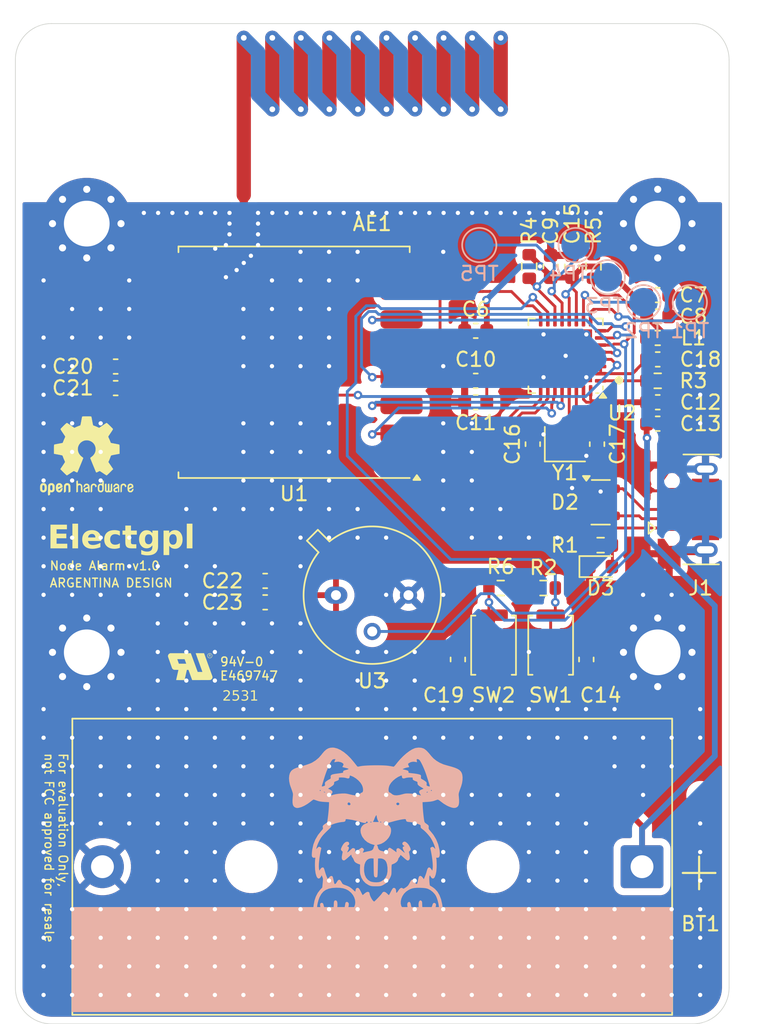
<source format=kicad_pcb>
(kicad_pcb (version 20241229) (generator "pcbnew") (generator_version "9.0")
  (layers (0 "F.Cu" signal) (2 "B.Cu" signal) (13 "F.Paste" user) (15 "B.Paste" user) (5 "F.SilkS" user "F.Silkscreen") (7 "B.SilkS" user "B.Silkscreen") (1 "F.Mask" user) (3 "B.Mask" user) (25 "Edge.Cuts" user))
  (net 0 "")
  (net 1 "Net-(AE1-A)")
  (net 2 "GND")
  (net 3 "+3.3V")
  (net 4 "VDD_SPI")
  (net 5 "CHIP_PU")
  (net 6 "Net-(U2-XTAL_N)")
  (net 7 "Net-(U2-XTAL_P)")
  (net 8 "Net-(C18-Pad1)")
  (net 9 "CHIP_EN")
  (net 10 "D_P")
  (net 11 "VBUS")
  (net 12 "D_N")
  (net 13 "Net-(D3-A)")
  (net 15 "Net-(U2-LNA_IN)")
  (net 16 "GPIO8")
  (net 17 "GPIO2")
  (net 18 "GPIO4")
  (net 19 "GPIO5")
  (net 20 "GPIO6")
  (net 21 "GPIO7")
  (net 22 "GPIO20")
  (net 23 "GPIO10")
  (net 24 "GPIO3")
  (net 27 "GPIO1")
  (net 31 "GPIO21")
  (net 32 "GPIO0")
  (footprint "LED_SMD:LED_0603_1608Metric" (layer "F.Cu") (at 171 88)
    (property "Reference" "D3")
    (property "Value" "LED")
  )
  (footprint "Capacitor_SMD:C_0603_1608Metric" (layer "F.Cu") (at 147.5 89 180)
    (property "Reference" "C22")
    (property "Value" "100n")
  )
  (footprint "Capacitor_SMD:C_0603_1608Metric" (layer "F.Cu") (at 162.25 71.5 180)
    (property "Reference" "C6")
    (property "Value" "100n")
  )
  (footprint "Capacitor_SMD:C_0603_1608Metric" (layer "F.Cu") (at 161 94.5 -90)
    (property "Reference" "C19")
    (property "Value" "10u")
  )
  (footprint "Package_TO_SOT_SMD:SOT-143" (layer "F.Cu") (at 171 83.5)
    (property "Reference" "D2")
    (property "Value" "SP0503BAHTG")
  )
  (footprint "EXO_LIB_GIT:Recognized Component very small" (layer "F.Cu") (at 142.25 95)
    (property "Reference" "G***" (hide yes))
    (property "Value" "LOGO" (hide yes))
  )
  (footprint "Capacitor_SMD:C_0603_1608Metric" (layer "F.Cu") (at 170 94.5 -90)
    (property "Reference" "C14")
    (property "Value" "10u")
  )
  (footprint "Resistor_SMD:R_0603_1608Metric" (layer "F.Cu") (at 170.5 67 -90)
    (property "Reference" "R5")
    (property "Value" "10k")
  )
  (footprint "Fiducial:Fiducial_1mm_Mask2mm" (layer "F.Cu") (at 132 70.5)
    (property "Reference" "FID1" (hide yes))
    (property "Value" "Fiducial")
  )
  (footprint "Resistor_SMD:R_0603_1608Metric" (layer "F.Cu") (at 164 89.5 180)
    (property "Reference" "R6")
    (property "Value" "10k")
  )
  (footprint "Battery:BatteryHolder_Bulgin_BX0123_1xCR123" (layer "F.Cu") (at 173.9 109 180)
    (property "Reference" "BT1")
    (property "Value" "BH-123A-A1CJ002")
  )
  (footprint "Capacitor_SMD:C_0603_1608Metric" (layer "F.Cu") (at 175 76.5)
    (property "Reference" "C12")
    (property "Value" "100n")
  )
  (footprint "Inductor_SMD:L_0603_1608Metric" (layer "F.Cu") (at 175 72 180)
    (property "Reference" "L1")
    (property "Value" "2nH")
  )
  (footprint "Package_DFN_QFN:QFN-32-1EP_5x5mm_P0.5mm_EP3.7x3.7mm" (layer "F.Cu") (at 168.55 73.25 180)
    (property "Reference" "U2")
    (property "Value" "ESP32-C3FH4")
  )
  (footprint "Capacitor_SMD:C_0603_1608Metric" (layer "F.Cu") (at 175 69)
    (property "Reference" "C7")
    (property "Value" "10u")
  )
  (footprint "Capacitor_SMD:C_0603_1608Metric" (layer "F.Cu") (at 137.025 74 180)
    (property "Reference" "C20")
    (property "Value" "100n")
  )
  (footprint "Crystal:Crystal_SMD_2016-4Pin_2.0x1.6mm" (layer "F.Cu") (at 168.5 79.432032)
    (property "Reference" "Y1")
    (property "Value" "R940000096")
  )
  (footprint "MountingHole:MountingHole_3.2mm_M3_Pad_Via" (layer "F.Cu") (at 135 94)
    (property "Reference" "H3" (hide yes))
    (property "Value" "MountingHole_Pad" (hide yes))
  )
  (footprint "Resistor_SMD:R_0603_1608Metric" (layer "F.Cu") (at 167 89.5)
    (property "Reference" "R2")
    (property "Value" "10k")
  )
  (footprint "MountingHole:MountingHole_3.2mm_M3_Pad_Via" (layer "F.Cu") (at 175 64)
    (property "Reference" "H2" (hide yes))
    (property "Value" "MountingHole_Pad" (hide yes))
  )
  (footprint "Capacitor_SMD:C_0603_1608Metric" (layer "F.Cu") (at 147.5 90.5 180)
    (property "Reference" "C23")
    (property "Value" "10u")
  )
  (footprint "Connector_USB:USB_Micro-B_XKB_U254-051T-4BH83-F1S" (layer "F.Cu") (at 177.96 84 90)
    (property "Reference" "J1")
    (property "Value" "U254-051T-4BH83-F1S")
  )
  (footprint "MountingHole:MountingHole_3.2mm_M3_Pad_Via" (layer "F.Cu") (at 135 64)
    (property "Reference" "H1" (hide yes))
    (property "Value" "MountingHole_Pad" (hide yes))
  )
  (footprint "Capacitor_SMD:C_0603_1608Metric" (layer "F.Cu") (at 170.75 79.432032 -90)
    (property "Reference" "C17")
    (property "Value" "10p")
  )
  (footprint "Capacitor_SMD:C_0603_1608Metric" (layer "F.Cu") (at 175 73.5)
    (property "Reference" "C18")
    (property "Value" "1u")
  )
  (footprint "Resistor_SMD:R_0603_1608Metric" (layer "F.Cu") (at 166 67 -90)
    (property "Reference" "R4")
    (property "Value" "10k")
  )
  (footprint "Capacitor_SMD:C_0603_1608Metric" (layer "F.Cu") (at 175 78)
    (property "Reference" "C13")
    (property "Value" "10u")
  )
  (footprint "Capacitor_SMD:C_0603_1608Metric" (layer "F.Cu") (at 162.25 76.5 180)
    (property "Reference" "C11")
    (property "Value" "100n")
  )
  (footprint "Resistor_SMD:R_0603_1608Metric" (layer "F.Cu") (at 171 86.5)
    (property "Reference" "R1")
    (property "Value" "10k")
  )
  (footprint "Capacitor_SMD:C_0603_1608Metric" (layer "F.Cu") (at 162.25 75 180)
    (property "Reference" "C10")
    (property "Value" "1u")
  )
  (footprint "xresource_kicadlibrary:Texas_SWRA416_868MHz_915MHz" (layer "F.Cu") (at 155 56.8)
    (property "Reference" "AE1")
    (property "Value" "Antenna")
  )
  (footprint "Button_Switch_SMD:SW_Push_SPST_NO_Alps_SKRK" (layer "F.Cu") (at 167.5 93.5 90)
    (property "Reference" "SW1")
    (property "Value" "SW_Push")
  )
  (footprint "Capacitor_SMD:C_0603_1608Metric" (layer "F.Cu") (at 166.25 79.432032 90)
    (property "Reference" "C16")
    (property "Value" "10p")
  )
  (footprint "Capacitor_SMD:C_0603_1608Metric" (layer "F.Cu") (at 137.025 75.51 180)
    (property "Reference" "C21")
    (property "Value" "10u")
  )
  (footprint "Package_TO_SOT_THT:TO-39-3" (layer "F.Cu") (at 152.46 90)
    (property "Reference" "U3")
    (property "Value" "AS312")
  )
  (footprint "Button_Switch_SMD:SW_Push_SPST_NO_Alps_SKRK" (layer "F.Cu") (at 163.5 93.5 90)
    (property "Reference" "SW2")
    (property "Value" "SW_Push")
  )
  (footprint "Symbol:OSHW-Logo2_7.3x6mm_SilkScreen" (layer "F.Cu") (at 135 80.25)
    (property "Reference" "REF**" (hide yes))
    (property "Value" "OSHW-Logo2_7.3x6mm_SilkScreen" (hide yes))
  )
  (footprint "Capacitor_SMD:C_0603_1608Metric" (layer "F.Cu") (at 175 70.5)
    (property "Reference" "C8")
    (property "Value" "100n")
  )
  (footprint "RF_Module:HOPERF_RFM9XW_SMD" (layer "F.Cu") (at 149.525 73.7 180)
    (property "Reference" "U1")
    (property "Value" "RFM69HCW")
  )
  (footprint "MountingHole:MountingHole_3.2mm_M3_Pad_Via" (layer "F.Cu") (at 175 94)
    (property "Reference" "H4" (hide yes))
    (property "Value" "MountingHole_Pad" (hide yes))
  )
  (footprint "Capacitor_SMD:C_0603_1608Metric" (layer "F.Cu") (at 167.5 67 90)
    (property "Reference" "C9")
    (property "Value" "100n")
  )
  (footprint "Resistor_SMD:R_0603_1608Metric" (layer "F.Cu") (at 175 75)
    (property "Reference" "R3")
    (property "Value" "50R")
  )
  (footprint "Fiducial:Fiducial_1mm_Mask2mm" (layer "F.Cu") (at 178 104)
    (property "Reference" "FID2" (hide yes))
    (property "Value" "Fiducial")
  )
  (footprint "Capacitor_SMD:C_0603_1608Metric" (layer "F.Cu") (at 169 67 90)
    (property "Reference" "C15")
    (property "Value" "1u")
  )
  (footprint "LOGO" (layer "B.Cu") (at 155.25 106.5 180)
    (property "Reference" "G***" (hide yes))
    (property "Value" "LOGO" (hide yes))
  )
  (footprint "TestPoint:TestPoint_Pad_D2.0mm" (layer "B.Cu") (at 162.5 65.5)
    (property "Reference" "TP5")
    (property "Value" "TestPoint")
  )
  (footprint "TestPoint:TestPoint_Pad_D2.0mm" (layer "B.Cu") (at 174 69.5)
    (property "Reference" "TP2")
    (property "Value" "TestPoint")
  )
  (footprint "TestPoint:TestPoint_Pad_D2.0mm" (layer "B.Cu") (at 169.25 65.5)
    (property "Reference" "TP4")
    (property "Value" "TestPoint")
  )
  (footprint "TestPoint:TestPoint_Pad_D2.0mm" (layer "B.Cu") (at 177.25 69.5)
    (property "Reference" "TP1")
    (property "Value" "TestPoint")
  )
  (footprint "TestPoint:TestPoint_Pad_D2.0mm" (layer "B.Cu") (at 171.5 67.75)
    (property "Reference" "TP3")
    (property "Value" "TestPoint")
  )
  (gr_rect (start 134 111.875) (end 176 119.125) (stroke (width 0.1)) (fill yes) (layer "B.SilkS"))
  (gr_line (start 180 52.54) (end 180 117.46) (stroke (width 0.05)) (layer "Edge.Cuts"))
  (gr_line (start 177.46 120) (end 132.54 120) (stroke (width 0.05)) (layer "Edge.Cuts"))
  (gr_arc (start 132.54 120) (mid 130.743949 119.256051) (end 130 117.46) (stroke (width 0.05)) (layer "Edge.Cuts"))
  (gr_arc (start 177.46 50) (mid 179.256051 50.743949) (end 180 52.54) (stroke (width 0.05)) (layer "Edge.Cuts"))
  (gr_line (start 130 117.46) (end 130 52.54) (stroke (width 0.05)) (layer "Edge.Cuts"))
  (gr_arc (start 130 52.54) (mid 130.743949 50.743949) (end 132.54 50) (stroke (width 0.05)) (layer "Edge.Cuts"))
  (gr_arc (start 180 117.46) (mid 179.256051 119.256051) (end 177.46 120) (stroke (width 0.05)) (layer "Edge.Cuts"))
  (gr_line (start 132.54 50) (end 177.46 50) (stroke (width 0.05)) (layer "Edge.Cuts"))
  (gr_text "·" (at 171.25 76 0) (layer "F.SilkS") (effects (font (size 2.032 2.032) (thickness 0.4064) (bold yes)) (justify left bottom)))
  (gr_text "For evaluation Only, \nnot FCC approved for resale" (at 132 101 270) (layer "F.SilkS") (effects (font (size 0.6096 0.6096) (thickness 0.1)) (justify left bottom)))
  (gr_text "2531" (at 144.5 97.5 0) (layer "F.SilkS") (effects (font (size 0.7112 0.7112) (thickness 0.1) (italic yes)) (justify left bottom)))
  (gr_text "ARGENTINA DESIGN" (at 132.35 89.5 0) (layer "F.SilkS") (effects (font (size 0.6096 0.6096) (thickness 0.1)) (justify left bottom)))
  (gr_text "Electgpl" (at 132.25 87 0) (layer "F.SilkS") (effects (font (size 1.6256 1.6256) (thickness 0.32512) (bold yes)) (justify left bottom)))
  (gr_text "94V-0\nE469747" (at 144.282 96 0) (layer "F.SilkS") (effects (font (size 0.6096 0.6096) (thickness 0.1016) (bold yes)) (justify left bottom)))
  (gr_text "Node Alarm v1.0" (at 132.35 88.3 0) (layer "F.SilkS") (effects (font (size 0.6096 0.6096) (thickness 0.1)) (justify left bottom)))
  (segment (start 142 66.7) (end 144.8 66.7) (width 0.6096) (layer "F.Cu") (net 1))
  (segment (start 144.8 66.7) (end 146 65.5) (width 0.6096) (layer "F.Cu") (net 1))
  (segment (start 146 65.5) (end 146 62.801) (width 0.6096) (layer "F.Cu") (net 1))
  (segment (start 178.25 82.7) (end 178.35 82.8) (width 0.2) (layer "F.Cu") (net 2))
  (segment (start 174.7 82.7) (end 174.25 82.25) (width 0.2) (layer "F.Cu") (net 2))
  (segment (start 178.35 81.175) (end 176.075 81.175) (width 0.2) (layer "F.Cu") (net 2))
  (segment (start 176.075 81.175) (end 175.8 80.9) (width 0.2) (layer "F.Cu") (net 2))
  (segment (start 175.675 82.7) (end 178.25 82.7) (width 0.2) (layer "F.Cu") (net 2))
  (segment (start 175.675 82.7) (end 174.7 82.7) (width 0.2) (layer "F.Cu") (net 2))
  (segment (start 174.25 82.25) (end 174.25 81.5) (width 0.2) (layer "F.Cu") (net 2))
  (segment (start 174.85 80.9) (end 175.8 80.9) (width 0.2) (layer "F.Cu") (net 2))
  (segment (start 174.25 81.5) (end 174.85 80.9) (width 0.2) (layer "F.Cu") (net 2))
  (segment (start 178.075 87.1) (end 178.35 86.825) (width 0.2) (layer "F.Cu") (net 2))
  (segment (start 178.35 85.2) (end 178.35 86.825) (width 0.2) (layer "F.Cu") (net 2))
  (segment (start 175.8 87.1) (end 178.075 87.1) (width 0.2) (layer "F.Cu") (net 2))
  (via (at 155.975 105.975) (size 0.6) (drill 0.3) (layers "F.Cu" "B.Cu") (net 2))
  (via (at 145.975 83.975) (size 0.6) (drill 0.3) (layers "F.Cu" "B.Cu") (net 2))
  (via (at 159.975 113.975) (size 0.6) (drill 0.3) (layers "F.Cu" "B.Cu") (net 2))
  (via (at 151.975 117.975) (size 0.6) (drill 0.3) (layers "F.Cu" "B.Cu") (net 2))
  (via (at 139.975 91.975) (size 0.6) (drill 0.3) (layers "F.Cu" "B.Cu") (net 2))
  (via (at 143.975 101.975) (size 0.6) (drill 0.3) (layers "F.Cu" "B.Cu") (net 2))
  (via (at 163.975 105.975) (size 0.6) (drill 0.3) (layers "F.Cu" "B.Cu") (net 2))
  (via (at 133.975 115.975) (size 0.6) (drill 0.3) (layers "F.Cu" "B.Cu") (net 2))
  (via (at 145.975 71.975) (size 0.6) (drill 0.3) (layers "F.Cu" "B.Cu") (net 2))
  (via (at 145.975 69.975) (size 0.6) (drill 0.3) (layers "F.Cu" "B.Cu") (net 2))
  (via (at 147.975 101.975) (size 0.6) (drill 0.3) (layers "F.Cu" "B.Cu") (net 2))
  (via (at 167.975 109.975) (size 0.6) (drill 0.3) (layers "F.Cu" "B.Cu") (net 2))
  (via (at 142 63.25) (size 0.6) (drill 0.3) (layers "F.Cu" "B.Cu") (net 2))
  (via (at 147.975 79.975) (size 0.6) (drill 0.3) (layers "F.Cu" "B.Cu") (net 2))
  (via (at 151.975 115.975) (size 0.6) (drill 0.3) (layers "F.Cu" "B.Cu") (net 2))
  (via (at 157.975 113.975) (size 0.6) (drill 0.3) (layers "F.Cu" "B.Cu") (net 2))
  (via (at 131.975 113.975) (size 0.6) (drill 0.3) (layers "F.Cu" "B.Cu") (net 2))
  (via (at 145.975 91.975) (size 0.6) (drill 0.3) (layers "F.Cu" "B.Cu") (net 2))
  (via (at 133.975 63.975) (size 0.6) (drill 0.3) (layers "F.Cu" "B.Cu") (net 2))
  (via (at 145.975 101.975) (size 0.6) (drill 0.3) (layers "F.Cu" "B.Cu") (net 2))
  (via (at 131.975 109.975) (size 0.6) (drill 0.3) (layers "F.Cu" "B.Cu") (net 2))
  (via (at 145 64) (size 0.6) (drill 0.3) (layers "F.Cu" "B.Cu") (net 2))
  (via (at 139 63.25) (size 0.6) (drill 0.3) (layers "F.Cu" "B.Cu") (net 2))
  (via (at 165 63.25) (size 0.6) (drill 0.3) (layers "F.Cu" "B.Cu") (net 2))
  (via (at 139.975 107.975) (size 0.6) (drill 0.3) (layers "F.Cu" "B.Cu") (net 2))
  (via (at 157.975 97.975) (size 0.6) (drill 0.3) (layers "F.Cu" "B.Cu") (net 2))
  (via (at 135.975 69.975) (size 0.6) (drill 0.3) (layers "F.Cu" "B.Cu") (net 2))
  (via (at 145 63.25) (size 0.6) (drill 0.3) (layers "F.Cu" "B.Cu") (net 2))
  (via (at 161.975 103.975) (size 0.6) (drill 0.3) (layers "F.Cu" "B.Cu") (net 2))
  (via (at 149.975 81.975) (size 0.6) (drill 0.3) (layers "F.Cu" "B.Cu") (net 2))
  (via (at 161.975 77.975) (size 0.6) (drill 0.3) (layers "F.Cu" "B.Cu") (net 2))
  (via (at 161.975 111.975) (size 0.6) (drill 0.3) (layers "F.Cu" "B.Cu") (net 2))
  (via (at 163.975 117.975) (size 0.6) (drill 0.3) (layers "F.Cu" "B.Cu") (net 2))
  (via (at 155.975 117.975) (size 0.6) (drill 0.3) (layers "F.Cu" "B.Cu") (net 2))
  (via (at 173.975 89.975) (size 0.6) (drill 0.3) (layers "F.Cu" "B.Cu") (net 2))
  (via (at 149.975 107.975) (size 0.6) (drill 0.3) (layers "F.Cu" "B.Cu") (net 2))
  (via (at 165.975 107.975) (size 0.6) (drill 0.3) (layers "F.Cu" "B.Cu") (net 2))
  (via (at 146 66.75) (size 0.6) (drill 0.3) (layers "F.Cu" "B.Cu") (net 2))
  (via (at 167.975 117.975) (size 0.6) (drill 0.3) (layers "F.Cu" "B.Cu") (net 2))
  (via (at 163.975 103.975) (size 0.6) (drill 0.3) (layers "F.Cu" "B.Cu") (net 2))
  (via (at 153.975 117.975) (size 0.6) (drill 0.3) (layers "F.Cu" "B.Cu") (net 2))
  (via (at 161.975 85.975) (size 0.6) (drill 0.3) (layers "F.Cu" "B.Cu") (net 2))
  (via (at 149.975 99.975) (size 0.6) (drill 0.3) (layers "F.Cu" "B.Cu") (net 2))
  (via (at 155.975 85.975) (size 0.6) (drill 0.3) (layers "F.Cu" "B.Cu") (net 2))
  (via (at 145.975 103.975) (size 0.6) (drill 0.3) (layers "F.Cu" "B.Cu") (net 2))
  (via (at 149.975 109.975) (size 0.6) (drill 0.3) (layers "F.Cu" "B.Cu") (net 2))
  (via (at 151.975 105.975) (size 0.6) (drill 0.3) (layers "F.Cu" "B.Cu") (net 2))
  (via (at 135.975 77.975) (size 0.6) (drill 0.3) (layers "F.Cu" "B.Cu") (net 2))
  (via (at 137.975 103.975) (size 0.6) (drill 0.3) (layers "F.Cu" "B.Cu") (net 2))
  (via (at 151.975 71.975) (size 0.6) (drill 0.3) (layers "F.Cu" "B.Cu") (net 2))
  (via (at 145.975 99.975) (size 0.6) (drill 0.3) (layers "F.Cu" "B.Cu") (net 2))
  (via (at 169.975 97.975) (size 0.6) (drill 0.3) (layers "F.Cu" "B.Cu") (net 2))
  (via (at 145.975 81.975) (size 0.6) (drill 0.3) (layers "F.Cu" "B.Cu") (net 2))
  (via (at 171.975 111.975) (size 0.6) (drill 0.3) (layers "F.Cu" "B.Cu") (net 2))
  (via (at 141.975 97.975) (size 0.6) (drill 0.3) (layers "F.Cu" "B.Cu") (net 2))
  (via (at 139.975 95.975) (size 0.6) (drill 0.3) (layers "F.Cu" "B.Cu") (net 2))
  (via (at 147.975 73.975) (size 0.6) (drill 0.3) (layers "F.Cu" "B.Cu") (net 2))
  (via (at 153.975 67.975) (size 0.6) (drill 0.3) (layers "F.Cu" "B.Cu") (net 2))
  (via (at 175.975 63.975) (size 0.6) (drill 0.3) (layers "F.Cu" "B.Cu") (net 2))
  (via (at 161.975 79.975) (size 0.6) (drill 0.3) (layers "F.Cu" "B.Cu") (net 2))
  (via (at 133.975 111.975) (size 0.6) (drill 0.3) (layers "F.Cu" "B.Cu") (net 2))
  (via (at 177.975 71.975) (size 0.6) (drill 0.3) (layers "F.Cu" "B.Cu") (net 2))
  (via (at 163.975 99.975) (size 0.6) (drill 0.3) (layers "F.Cu" "B.Cu") (net 2))
  (via (at 147.975 71.975) (size 0.6) (drill 0.3) (layers "F.Cu" "B.Cu") (net 2))
  (via (at 167.975 97.975) (size 0.6) (drill 0.3) (layers "F.Cu" "B.Cu") (net 2))
  (via (at 167.975 111.975) (size 0.6) (drill 0.3) (layers "F.Cu" "B.Cu") (net 2))
  (via (at 153.975 93.975) (size 0.6) (drill 0.3) (layers "F.Cu" "B.Cu") (net 2))
  (via (at 151.975 73.975) (size 0.6) (drill 0.3) (layers "F.Cu" "B.Cu") (net 2))
  (via (at 135.975 63.975) (size 0.6) (drill 0.3) (layers "F.Cu" "B.Cu") (net 2))
  (via (at 173.975 99.975) (size 0.6) (drill 0.3) (layers "F.Cu" "B.Cu") (net 2))
  (via (at 155.975 99.975) (size 0.6) (drill 0.3) (layers "F.Cu" "B.Cu") (net 2))
  (via (at 159.975 115.975) (size 0.6) (drill 0.3) (layers "F.Cu" "B.Cu") (net 2))
  (via (at 135.975 81.975) (size 0.6) (drill 0.3) (layers "F.Cu" "B.Cu") (net 2))
  (via (at 131.975 73.975) (size 0.6) (drill 0.3) (layers "F.Cu" "B.Cu") (net 2))
  (via (at 135.975 103.975) (size 0.6) (drill 0.3) (layers "F.Cu" "B.Cu") (net 2))
  (via (at 149 63.25) (size 0.6) (drill 0.3) (layers "F.Cu" "B.Cu") (net 2))
  (via (at 137.975 111.975) (size 0.6) (drill 0.3) (layers "F.Cu" "B.Cu") (net 2))
  (via (at 139.975 115.975) (size 0.6) (drill 0.3) (layers "F.Cu" "B.Cu") (net 2))
  (via (at 133.975 105.975) (size 0.6) (drill 0.3) (layers "F.Cu" "B.Cu") (net 2))
  (via (at 171.975 115.975) (size 0.6) (drill 0.3) (layers "F.Cu" "B.Cu") (net 2))
  (via (at 155.975 113.975) (size 0.6) (drill 0.3) (layers "F.Cu" "B.Cu") (net 2))
  (via (at 149.975 95.975) (size 0.6) (drill 0.3) (layers "F.Cu" "B.Cu") (net 2))
  (via (at 141.975 87.975) (size 0.6) (drill 0.3) (layers "F.Cu" "B.Cu") (net 2))
  (via (at 139.975 105.975) (size 0.6) (drill 0.3) (layers "F.Cu" "B.Cu") (net 2))
  (via (at 139.975 99.975) (size 0.6) (drill 0.3) (layers "F.Cu" "B.Cu") (net 2))
  (via (at 149.975 115.975) (size 0.6) (drill 0.3) (layers "F.Cu" "B.Cu") (net 2))
  (via (at 141.975 101.975) (size 0.6) (drill 0.3) (layers "F.Cu" "B.Cu") (net 2))
  (via (at 131.975 81.975) (size 0.6) (drill 0.3) (layers "F.Cu" "B.Cu") (net 2))
  (via (at 149.975 67.975) (size 0.6) (drill 0.3) (layers "F.Cu" "B.Cu") (net 2))
  (via (at 155 63.25) (size 0.6) (drill 0.3) (layers "F.Cu" "B.Cu") (net 2))
  (via (at 168 63.25) (size 0.6) (drill 0.3) (layers "F.Cu" "B.Cu") (net 2))
  (via (at 155.975 115.975) (size 0.6) (drill 0.3) (layers "F.Cu" "B.Cu") (net 2))
  (via (at 143.975 83.975) (size 0.6) (drill 0.3) (layers "F.Cu" "B.Cu") (net 2))
  (via (at 171.975 117.975) (size 0.6) (drill 0.3) (layers "F.Cu" "B.Cu") (net 2))
  (via (at 143.975 109.975) (size 0.6) (drill 0.3) (layers "F.Cu" "B.Cu") (net 2))
  (via (at 177.975 115.975) (size 0.6) (drill 0.3) (layers "F.Cu" "B.Cu") (net 2))
  (via (at 169.975 99.975) (size 0.6) (drill 0.3) (layers "F.Cu" "B.Cu") (net 2))
  (via (at 147 64) (size 0.6) (drill 0.3) (layers "F.Cu" "B.Cu") (net 2))
  (via (at 145.975 105.975) (size 0.6) (drill 0.3) (layers "F.Cu" "B.Cu") (net 2))
  (via (at 157.975 103.975) (size 0.6) (drill 0.3) (layers "F.Cu" "B.Cu") (net 2))
  (via (at 159.975 77.975) (size 0.6) (drill 0.3) (layers "F.Cu" "B.Cu") (net 2))
  (via (at 141.975 95.975) (size 0.6) (drill 0.3) (layers "F.Cu" "B.Cu") (net 2))
  (via (at 149.975 85.975) (size 0.6) (drill 0.3) (layers "F.Cu" "B.Cu") (net 2))
  (via (at 170 80.25) (size 0.6) (drill 0.3) (layers "F.Cu" "B.Cu") (net 2))
  (via (at 151.975 65.975) (size 0.6) (drill 0.3) (layers "F.Cu" "B.Cu") (net 2))
  (via (at 165.975 109.975) (size 0.6) (drill 0.3) (layers "F.Cu" "B.Cu") (net 2))
  (via (at 143.975 103.975) (size 0.6) (drill 0.3) (layers "F.Cu" "B.Cu") (net 2))
  (via (at 143.975 97.975) (size 0.6) (drill 0.3) (layers "F.Cu" "B.Cu") (net 2))
  (via (at 160 63.25) (size 0.6) (drill 0.3) (layers "F.Cu" "B.Cu") (net 2))
  (via (at 169 63.25) (size 0.6) (drill 0.3) (layers "F.Cu" "B.Cu") (net 2))
  (via (at 167.975 115.975) (size 0.6) (drill 0.3) (layers "F.Cu" "B.Cu") (net 2))
  (via (at 161.975 83.975) (size 0.6) (drill 0.3) (layers "F.Cu" "B.Cu") (net 2))
  (via (at 131.975 99.975) (size 0.6) (drill 0.3) (layers "F.Cu" "B.Cu") (net 2))
  (via (at 133.975 103.975) (size 0.6) (drill 0.3) (layers "F.Cu" "B.Cu") (net 2))
  (via (at 159.975 83.975) (size 0.6) (drill 0.3) (layers "F.Cu" "B.Cu") (net 2))
  (via (at 137.975 87.975) (size 0.6) (drill 0.3) (layers "F.Cu" "B.Cu") (net 2))
  (via (at 161.975 105.975) (size 0.6) (drill 0.3) (layers "F.Cu" "B.Cu") (net 2))
  (via (at 145.975 117.975) (size 0.6) (drill 0.3) (layers "F.Cu" "B.Cu") (net 2))
  (via (at 147.975 117.975) (size 0.6) (drill 0.3) (layers "F.Cu" "B.Cu") (net 2))
  (via (at 163.975 83.975) (size 0.6) (drill 0.3) (layers "F.Cu" "B.Cu") (net 2))
  (via (at 169.975 117.975) (size 0.6) (drill 0.3) (layers "F.Cu" "B.Cu") (net 2))
  (via (at 170 63.25) (size 0.6) (drill 0.3) (layers "F.Cu" "B.Cu") (net 2))
  (via (at 133.975 113.975) (size 0.6) (drill 0.3) (layers "F.Cu" "B.Cu") (net 2))
  (via (at 141.975 89.975) (size 0.6) (drill 0.3) (layers "F.Cu" "B.Cu") (net 2))
  (via (at 165.975 97.975) (size 0.6) (drill 0.3) (layers "F.Cu" "B.Cu") (net 2))
  (via (at 163 63.25) (size 0.6) (drill 0.3) (layers "F.Cu" "B.Cu") (net 2))
  (via (at 135.975 117.975) (size 0.6) (drill 0.3) (layers "F.Cu" "B.Cu") (net 2))
  (via (at 167 71.75) (size 0.6) (drill 0.3) (layers "F.Cu" "B.Cu") (net 2))
  (via (at 169.975 107.975) (size 0.6) (drill 0.3) (layers "F.Cu" "B.Cu") (net 2))
  (via (at 151.975 113.975) (size 0.6) (drill 0.3) (layers "F.Cu" "B.Cu") (net 2))
  (via (at 145.975 93.975) (size 0.6) (drill 0.3) (layers "F.Cu" "B.Cu") (net 2))
  (via (at 131.975 89.975) (size 0.6) (drill 0.3) (layers "F.Cu" "B.Cu") (net 2))
  (via (at 133.975 71.975) (size 0.6) (drill 0.3) (layers "F.Cu" "B.Cu") (net 2))
  (via (at 149.975 103.975) (size 0.6) (drill 0.3) (layers "F.Cu" "B.Cu") (net 2))
  (via (at 149.975 113.975) (size 0.6) (drill 0.3) (layers "F.Cu" "B.Cu") (net 2))
  (via (at 133.975 117.975) (size 0.6) (drill 0.3) (layers "F.Cu" "B.Cu") (net 2))
  (via (at 133.975 69.975) (size 0.6) (drill 0.3) (layers "F.Cu" "B.Cu") (net 2))
  (via (at 149.975 65.975) (size 0.6) (drill 0.3) (layers "F.Cu" "B.Cu") (net 2))
  (via (at 131.975 117.975) (size 0.6) (drill 0.3) (layers "F.Cu" "B.Cu") (net 2))
  (via (at 141.975 103.975) (size 0.6) (drill 0.3) (layers "F.Cu" "B.Cu") (net 2))
  (via (at 147.975 99.975) (size 0.6) (drill 0.3) (layers "F.Cu" "B.Cu") (net 2))
  (via (at 133.975 101.975) (size 0.6) (drill 0.3) (layers "F.Cu" "B.Cu") (net 2))
  (via (at 154 63.25) (size 0.6) (drill 0.3) (layers "F.Cu" "B.Cu") (net 2))
  (via (at 155.975 111.975) (size 0.6) (drill 0.3) (layers "F.Cu" "B.Cu") (net 2))
  (via (at 159.975 73.975) (size 0.6) (drill 0.3) (layers "F.Cu" "B.Cu") (net 2))
  (via (at 143.975 89.975) (size 0.6) (drill 0.3) (layers "F.Cu" "B.Cu") (net 2))
  (via (at 163.975 113.975) (size 0.6) (drill 0.3) (layers "F.Cu" "B.Cu") (net 2))
  (via (at 149.975 77.975) (size 0.6) (drill 0.3) (layers "F.Cu" "B.Cu") (net 2))
  (via (at 153.975 97.975) (size 0.6) (drill 0.3) (layers "F.Cu" "B.Cu") (net 2))
  (via (at 133.975 89.975) (size 0.6) (drill 0.3) (layers "F.Cu" "B.Cu") (net 2))
  (via (at 131.975 97.975) (size 0.6) (drill 0.3) (layers "F.Cu" "B.Cu") (net 2))
  (via (at 153.975 105.975) (size 0.6) (drill 0.3) (layers "F.Cu" "B.Cu") (net 2))
  (via (at 171.975 101.975) (size 0.6) (drill 0.3) (layers "F.Cu" "B.Cu") (net 2))
  (via (at 171 63.25) (size 0.6) (drill 0.3) (layers "F.Cu" "B.Cu") (net 2))
  (via (at 175.975 99.975) (size 0.6) (drill 0.3) (layers "F.Cu" "B.Cu") (net 2))
  (via (at 167.975 113.975) (size 0.6) (drill 0.3) (layers "F.Cu" "B.Cu") (net 2))
  (via (at 159.975 65.975) (size 0.6) (drill 0.3) (layers "F.Cu" "B.Cu") (net 2))
  (via (at 171.975 113.975) (size 0.6) (drill 0.3) (layers "F.Cu" "B.Cu") (net 2))
  (via (at 155.975 97.975) (size 0.6) (drill 0.3) (layers "F.Cu" "B.Cu") (net 2))
  (via (at 177.975 73.975) (size 0.6) (drill 0.3) (layers "F.Cu" "B.Cu") (net 2))
  (via (at 167.975 107.975) (size 0.6) (drill 0.3) (layers "F.Cu" "B.Cu") (net 2))
  (via (at 177.975 109.975) (size 0.6) (drill 0.3) (layers "F.Cu" "B.Cu") (net 2))
  (via (at 175.975 117.975) (size 0.6) (drill 0.3) (layers "F.Cu" "B.Cu") (net 2))
  (via (at 157.975 95.975) (size 0.6) (drill 0.3) (layers "F.Cu" "B.Cu") (net 2))
  (via (at 141.975 109.975) (size 0.6) (drill 0.3) (layers "F.Cu" "B.Cu") (net 2))
  (via (at 153.975 85.975) (size 0.6) (drill 0.3) (layers "F.Cu" "B.Cu") (net 2))
  (via (at 173.975 111.975) (size 0.6) (drill 0.3) (layers "F.Cu" "B.Cu") (net 2))
  (via (at 159.975 103.975) (size 0.6) (drill 0.3) (layers "F.Cu" "B.Cu") (net 2))
  (via (at 137.975 69.975) (size 0.6) (drill 0.3) (layers "F.Cu" "B.Cu") (net 2))
  (via (at 135.975 89.975) (size 0.6) (drill 0.3) (layers "F.Cu" "B.Cu") (net 2))
  (via (at 143 63.25) (size 0.6) (drill 0.3) (layers "F.Cu" "B.Cu") (net 2))
  (via (at 131.975 115.975) (size 0.6) (drill 0.3) (layers "F.Cu" "B.Cu") (net 2))
  (via (at 135.975 105.975) (size 0.6) (drill 0.3) (layers "F.Cu" "B.Cu") (net 2))
  (via (at 177.975 99.975) (size 0.6) (drill 0.3) (layers "F.Cu" "B.Cu") (net 2))
  (via (at 137.975 85.975) (size 0.6) (drill 0.3) (layers "F.Cu" "B.Cu") (net 2))
  (via (at 177.975 97.975) (size 0.6) (drill 0.3) (layers "F.Cu" "B.Cu") (net 2))
  (via (at 145 64.75) (size 0.6) (drill 0.3) (layers "F.Cu" "B.Cu") (net 2))
  (via (at 133.975 73.975) (size 0.6) (drill 0.3) (layers "F.Cu" "B.Cu") (net 2))
  (via (at 173.975 113.975) (size 0.6) (drill 0.3) (layers "F.Cu" "B.Cu") (net 2))
  (via (at 149.975 111.975) (size 0.6) (drill 0.3) (layers "F.Cu" "B.Cu") (net 2))
  (via (at 155.975 93.975) (size 0.6) (drill 0.3) (layers "F.Cu" "B.Cu") (net 2))
  (via (at 145.975 95.975) (size 0.6) (drill 0.3) (layers "F.Cu" "B.Cu") (net 2))
  (via (at 153.975 111.975) (size 0.6) (drill 0.3) (layers "F.Cu" "B.Cu") (net 2))
  (via (at 159.975 89.975) (size 0.6) (drill 0.3) (layers "F.Cu" "B.Cu") (net 2))
  (via (at 131.975 103.975) (size 0.6) (drill 0.3) (layers "F.Cu" "B.Cu") (net 2))
  (via (at 157 63.25) (size 0.6) (drill 0.3) (layers "F.Cu" "B.Cu") (net 2))
  (via (at 131.975 87.975) (size 0.6) (drill 0.3) (layers "F.Cu" "B.Cu") (net 2))
  (via (at 149.975 87.975) (size 0.6) (drill 0.3) (layers "F.Cu" "B.Cu") (net 2))
  (via (at 149.975 93.975) (size 0.6) (drill 0.3) (layers "F.Cu" "B.Cu") (net 2))
  (via (at 163.975 85.975) (size 0.6) (drill 0.3) (layers "F.Cu" "B.Cu") (net 2))
  (via (at 163.975 115.975) (size 0.6) (drill 0.3) (layers "F.Cu" "B.Cu") (net 2))
  (via (at 173.975 117.975) (size 0.6) (drill 0.3) (layers "F.Cu" "B.Cu") (net 2))
  (via (at 137.975 117.975) (size 0.6) (drill 0.3) (layers "F.Cu" "B.Cu") (net 2))
  (via (at 135.975 83.975) (size 0.6) (drill 0.3) (layers "F.Cu" "B.Cu") (net 2))
  (via (at 149.975 97.975) (size 0.6) (drill 0.3) (layers "F.Cu" "B.Cu") (net 2))
  (via (at 161.975 99.975) (size 0.6) (drill 0.3) (layers "F.Cu" "B.Cu") (net 2))
  (via (at 143.975 113.975) (size 0.6) (drill 0.3) (layers "F.Cu" "B.Cu") (net 2))
  (via (at 177.975 113.975) (size 0.6) (drill 0.3) (layers "F.Cu" "B.Cu") (net 2))
  (via (at 137.975 71.975) (size 0.6) (drill 0.3) (layers "F.Cu" "B.Cu") (net 2))
  (via (at 155.975 109.975) (size 0.6) (drill 0.3) (layers "F.Cu" "B.Cu") (net 2))
  (via (at 150 63.25) (size 0.6) (drill 0.3) (layers "F.Cu" "B.Cu") (net 2))
  (via (at 141.975 111.975) (size 0.6) (drill 0.3) (layers "F.Cu" "B.Cu") (net 2))
  (via (at 133.975 83.975) (size 0.6) (drill 0.3) (layers "F.Cu" "B.Cu") (net 2))
  (via (at 139.975 89.975) (size 0.6) (drill 0.3) (layers "F.Cu" "B.Cu") (net 2))
  (via (at 135.975 101.975) (size 0.6) (drill 0.3) (layers "F.Cu" "B.Cu") (net 2))
  (via (at 143.975 91.975) (size 0.6) (drill 0.3) (layers "F.Cu" "B.Cu") (net 2))
  (via (at 147 63.25) (size 0.6) (drill 0.3) (layers "F.Cu" "B.Cu") (net 2))
  (via (at 144 63.25) (size 0.6) (drill 0.3) (layers "F.Cu" "B.Cu") (net 2))
  (via (at 143.975 93.975) (size 0.6) (drill 0.3) (layers "F.Cu" "B.Cu") (net 2))
  (via (at 131.975 83.975) (size 0.6) (drill 0.3) (layers "F.Cu" "B.Cu") (net 2))
  (via (at 177.975 77.975) (size 0.6) (drill 0.3) (layers "F.Cu" "B.Cu") (net 2))
  (via (at 141.975 93.975) (size 0.6) (drill 0.3) (layers "F.Cu" "B.Cu") (net 2))
  (via (at 145.975 79.975) (size 0.6) (drill 0.3) (layers "F.Cu" "B.Cu") (net 2))
  (via (at 141.975 107.975) (size 0.6) (drill 0.3) (layers "F.Cu" "B.Cu") (net 2))
  (via (at 157.975 107.975) (size 0.6) (drill 0.3) (layers "F.Cu" "B.Cu") (net 2))
  (via (at 165.975 85.975) (size 0.6) (drill 0.3) (layers "F.Cu" "B.Cu") (net 2))
  (via (at 143.975 111.975) (size 0.6) (drill 0.3) (layers "F.Cu" "B.Cu") (net 2))
  (via (at 177.975 105.975) (size 0.6) (drill 0.3) (layers "F.Cu" "B.Cu") (net 2))
  (via (at 149.975 71.975) (size 0.6) (drill 0.3) (layers "F.Cu" "B.Cu") (net 2))
  (via (at 147.975 83.975) (size 0.6) (drill 0.3) (layers "F.Cu" "B.Cu") (net 2))
  (via (at 175.975 113.975) (size 0.6) (drill 0.3) (layers "F.Cu" "B.Cu") (net 2))
  (via (at 175.975 89.975) (size 0.6) (drill 0.3) (layers "F.Cu" "B.Cu") (net 2))
  (via (at 141.975 113.975) (size 0.6) (drill 0.3) (layers "F.Cu" "B.Cu") (net 2))
  (via (at 167.975 85.975) (size 0.6) (drill 0.3) (layers "F.Cu" "B.Cu") (net 2))
  (via (at 141 63.25) (size 0.6) (drill 0.3) (layers "F.Cu" "B.Cu") (net 2))
  (via (at 131.975 105.975) (size 0.6) (drill 0.3) (layers "F.Cu" "B.Cu") (net 2))
  (via (at 157.975 93.975) (size 0.6) (drill 0.3) (layers "F.Cu" "B.Cu") (net 2))
  (via (at 151.975 103.975) (size 0.6) (drill 0.3) (layers "F.Cu" "B.Cu") (net 2))
  (via (at 153.975 65.975) (size 0.6) (drill 0.3) (layers "F.Cu" "B.Cu") (net 2))
  (via (at 139.975 97.975) (size 0.6) (drill 0.3) (layers "F.Cu" "B.Cu") (net 2))
  (via (at 155.975 95.975) (size 0.6) (drill 0.3) (layers "F.Cu" "B.Cu") (net 2))
  (via (at 147.975 81.975) (size 0.6) (drill 0.3) (layers "F.Cu" "B.Cu") (net 2))
  (via (at 143.975 115.975) (size 0.6) (drill 0.3) (layers "F.Cu" "B.Cu") (net 2))
  (via (at 157.975 115.975) (size 0.6) (drill 0.3) (layers "F.Cu" "B.Cu") (net 2))
  (via (at 139.975 103.975) (size 0.6) (drill 0.3) (layers "F.Cu" "B.Cu") (net 2))
  (via (at 135.975 71.975) (size 0.6) (drill 0.3) (layers "F.Cu" "B.Cu") (net 2))
  (via (at 131.975 107.975) (size 0.6) (drill 0.3) (layers "F.Cu" "B.Cu") (net 2))
  (via (at 170 71.75) (size 0.6) (drill 0.3) (layers "F.Cu" "B.Cu") (net 2))
  (via (at 133.975 81.975) (size 0.6) (drill 0.3) (layers "F.Cu" "B.Cu") (net 2))
  (via (at 157.975 105.975) (size 0.6) (drill 0.3) (layers "F.Cu" "B.Cu") (net 2))
  (via (at 173.975 115.975) (size 0.6) (drill 0.3) (layers "F.Cu" "B.Cu") (net 2))
  (via (at 165.975 117.975) (size 0.6) (drill 0.3) (layers "F.Cu" "B.Cu") (net 2))
  (via (at 149.975 69.975) (size 0.6) (drill 0.3) (layers "F.Cu" "B.Cu") (net 2))
  (via (at 140 63.25) (size 0.6) (drill 0.3) (layers "F.Cu" "B.Cu") (net 2))
  (via (at 165.975 93.975) (size 0.6) (drill 0.3) (layers "F.Cu" "B.Cu") (net 2))
  (via (at 175.975 115.975) (size 0.6) (drill 0.3) (layers "F.Cu" "B.Cu") (net 2))
  (via (at 159 63.25) (size 0.6) (drill 0.3) (layers "F.Cu" "B.Cu") (net 2))
  (via (at 145.975 73.975) (size 0.6) (drill 0.3) (layers "F.Cu" "B.Cu") (net 2))
  (via (at 159.975 117.975) (size 0.6) (drill 0.3) (layers "F.Cu" "B.Cu") (net 2))
  (via (at 133.975 79.975) (size 0.6) (drill 0.3) (layers "F.Cu" "B.Cu") (net 2))
  (via (at 152 63.25) (size 0.6) (drill 0.3) (layers "F.Cu" "B.Cu") (net 2))
  (via (at 135.975 93.975) (size 0.6) (drill 0.3) (layers "F.Cu" "B.Cu") (net 2))
  (via (at 167.975 103.975) (size 0.6) (drill 0.3) (layers "F.Cu" "B.Cu") (net 2))
  (via (at 169.975 111.975) (size 0.6) (drill 0.3) (layers "F.Cu" "B.Cu") (net 2))
  (via (at 161.975 81.975) (size 0.6) (drill 0.3) (layers "F.Cu" "B.Cu") (net 2))
  (via (at 141.975 117.975) (size 0.6) (drill 0.3) (layers "F.Cu" "B.Cu") (net 2))
  (via (at 161.975 117.975) (size 0.6) (drill 0.3) (layers "F.Cu" "B.Cu") (net 2))
  (via (at 167.975 105.975) (size 0.6) (drill 0.3) (layers "F.Cu" "B.Cu") (net 2))
  (via (at 161.975 97.975) (size 0.6) (drill 0.3) (layers "F.Cu" "B.Cu") (net 2))
  (via (at 141.975 115.975) (size 0.6) (drill 0.3) (layers "F.Cu" "B.Cu") (net 2))
  (via (at 141.975 91.975) (size 0.6) (drill 0.3) (layers "F.Cu" "B.Cu") (net 2))
  (via (at 151.975 83.975) (size 0.6) (drill 0.3) (layers "F.Cu" "B.Cu") (net 2))
  (via (at 143.975 87.975) (size 0.6) (drill 0.3) (layers "F.Cu" "B.Cu") (net 2))
  (via (at 135.975 99.975) (size 0.6) (drill 0.3) (layers "F.Cu" "B.Cu") (net 2))
  (via (at 147.975 115.975) (size 0.6) (drill 0.3) (layers "F.Cu" "B.Cu") (net 2))
  (via (at 146.5 66.25) (size 0.6) (drill 0.3) (layers "F.Cu" "B.Cu") (net 2))
  (via (at 141.975 83.975) (size 0.6) (drill 0.3) (layers "F.Cu" "B.Cu") (net 2))
  (via (at 133.975 99.975) (size 0.6) (drill 0.3) (layers "F.Cu" "B.Cu") (net 2))
  (via (at 151.975 69.975) (size 0.6) (drill 0.3) (layers "F.Cu" "B.Cu") (net 2))
  (via (at 161.975 115.975) (size 0.6) (drill 0.3) (layers "F.Cu" "B.Cu") (net 2))
  (via (at 151.975 77.975) (size 0.6) (drill 0.3) (layers "F.Cu" "B.Cu") (net 2))
  (via (at 167 63.25) (size 0.6) (drill 0.3) (layers "F.Cu" "B.Cu") (net 2))
  (via (at 145.5 67.25) (size 0.6) (drill 0.3) (layers "F.Cu" "B.Cu") (net 2))
  (via (at 159.975 99.975) (size 0.6) (drill 0.3) (layers "F.Cu" "B.Cu") (net 2))
  (via (at 147 64.75) (size 0.6) (drill 0.3) (layers "F.Cu" "B.Cu") (net 2))
  (via (at 149.975 73.975) (size 0.6) (drill 0.3) (layers "F.Cu" "B.Cu") (net 2))
  (via (at 165.975 111.975) (size 0.6) (drill 0.3) (layers "F.Cu" "B.Cu") (net 2))
  (via (at 139.975 109.975) (size 0.6) (drill 0.3) (layers "F.Cu" "B.Cu") (net 2))
  (via (at 147.975 103.975) (size 0.6) (drill 0.3) (layers "F.Cu" "B.Cu") (net 2))
  (via (at 151.975 81.975) (size 0.6) (drill 0.3) (layers "F.Cu" "B.Cu") (net 2))
  (via (at 159.975 79.975) (size 0.6) (drill 0.3) (layers "F.Cu" "B.Cu") (net 2))
  (via (at 139.975 117.975) (size 0.6) (drill 0.3) (layers "F.Cu" "B.Cu") (net 2))
  (via (at 144.75 65.5) (size 0.6) (drill 0.3) (layers "F.Cu" "B.Cu") (net 2))
  (via (at 143.975 105.975) (size 0.6) (drill 0.3) (layers "F.Cu" "B.Cu") (net 2))
  (via (at 173.975 101.975) (size 0.6) (drill 0.3) (layers "F.Cu" "B.Cu") (net 2))
  (via (at 153.975 103.975) (size 0.6) (drill 0.3) (layers "F.Cu" "B.Cu") (net 2))
  (via (at 137.975 105.975) (size 0.6) (drill 0.3) (layers "F.Cu" "B.Cu") (net 2))
  (via (at 135.975 85.975) (size 0.6) (drill 0.3) (layers "F.Cu" "B.Cu") (net 2))
  (via (at 177.975 111.975) (size 0.6) (drill 0.3) (layers "F.Cu" "B.Cu") (net 2))
  (via (at 167 78.75) (size 0.6) (drill 0.3) (layers "F.Cu" "B.Cu") (net 2))
  (via (at 137.975 113.975) (size 0.6) (drill 0.3) (layers "F.Cu" "B.Cu") (net 2))
  (via (at 169.975 113.975) (size 0.6) (drill 0.3) (layers "F.Cu" "B.Cu") (net 2))
  (via (at 155.975 103.975) (size 0.6) (drill 0.3) (layers "F.Cu" "B.Cu") (net 2))
  (via (at 173.975 103.975) (size 0.6) (drill 0.3) (layers "F.Cu" "B.Cu") (net 2))
  (via (at 147.975 113.975) (size 0.6) (drill 0.3) (layers "F.Cu" "B.Cu") (net 2))
  (via (at 147.975 105.975) (size 0.6) (drill 0.3) (layers "F.Cu" "B.Cu") (net 2))
  (via (at 145.975 97.975) (size 0.6) (drill 0.3) (layers "F.Cu" "B.Cu") (net 2))
  (via (at 158 63.25) (size 0.6) (drill 0.3) (layers "F.Cu" "B.Cu") (net 2))
  (via (at 165.975 105.975) (size 0.6) (drill 0.3) (layers "F.Cu" "B.Cu") (net 2))
  (via (at 165.975 99.975) (size 0.6) (drill 0.3) (layers "F.Cu" "B.Cu") (net 2))
  (via (at 144.75 67.75) (size 0.6) (drill 0.3) (layers "F.Cu" "B.Cu") (net 2))
  (via (at 151.975 67.975) (size 0.6) (drill 0.3) (layers "F.Cu" "B.Cu") (net 2))
  (via (at 162 63.25) (size 0.6) (drill 0.3) (layers "F.Cu" "B.Cu") (net 2))
  (via (at 133.975 85.975) (size 0.6) (drill 0.3) (layers "F.Cu" "B.Cu") (net 2))
  (via (at 149.975 117.975) (size 0.6) (drill 0.3) (layers "F.Cu" "B.Cu") (net 2))
  (via (at 149.975 105.975) (size 0.6) (drill 0.3) (layers "F.Cu" "B.Cu") (net 2))
  (via (at 137.975 67.975) (size 0.6) (drill 0.3) (layers "F.Cu" "B.Cu") (net 2))
  (via (at 139.975 101.975) (size 0.6) (drill 0.3) (layers "F.Cu" "B.Cu") (net 2))
  (via (at 131.975 111.975) (size 0.6) (drill 0.3) (layers "F.Cu" "B.Cu") (net 2))
  (via (at 147.975 111.975) (size 0.6) (drill 0.3) (layers "F.Cu" "B.Cu") (net 2))
  (via (at 149.975 101.975) (size 0.6) (drill 0.3) (layers "F.Cu" "B.Cu") (net 2))
  (via (at 157.975 99.975) (size 0.6) (drill 0.3) (layers "F.Cu" "B.Cu") (net 2))
  (via (at 161.975 113.975) (size 0.6) (drill 0.3) (layers "F.Cu" "B.Cu") (net 2))
  (via (at 135.975 115.975) (size 0.6) (drill 0.3) (layers "F.Cu" "B.Cu") (net 2))
  (via (at 133.975 75.975) (size 0.6) (drill 0.3) (layers "F.Cu" "B.Cu") (net 2))
  (via (at 147.975 93.975) (size 0.6) (drill 0.3) (layers "F.Cu" "B.Cu") (net 2))
  (via (at 165.975 115.975) (size 0.6) (drill 0.3) (layers "F.Cu" "B.Cu") (net 2))
  (via (at 149.975 79.975) (size 0.6) (drill 0.3) (layers "F.Cu" "B.Cu") (net 2))
  (via (at 173.975 93.975) (size 0.6) (drill 0.3) (layers "F.Cu" "B.Cu") (net 2))
  (via (at 170 74.75) (size 0.6) (drill 0.3) (layers "F.Cu" "B.Cu") (net 2))
  (via (at 153.975 115.975) (size 0.6) (drill 0.3) (layers "F.Cu" "B.Cu") (net 2))
  (via (at 139.975 111.975) (size 0.6) (drill 0.3) (layers "F.Cu" "B.Cu") (net 2))
  (via (at 137.975 97.975) (size 0.6) (drill 0.3) (layers "F.Cu" "B.Cu") (net 2))
  (via (at 177.975 75.975) (size 0.6) (drill 0.3) (layers "F.Cu" "B.Cu") (net 2))
  (via (at 131.975 75.975) (size 0.6) (drill 0.3) (layers "F.Cu" "B.Cu") (net 2))
  (via (at 151 63.25) (size 0.6) (drill 0.3) (layers "F.Cu" "B.Cu") (net 2))
  (via (at 147.975 69.975) (size 0.6) (drill 0.3) (layers "F.Cu" "B.Cu") (net 2))
  (via (at 169.975 105.975) (size 0.6) (drill 0.3) (layers "F.Cu" "B.Cu") (net 2))
  (via (at 171.975 99.975) (size 0.6) (drill 0.3) (layers "F.Cu" "B.Cu") (net 2))
  (via (at 151.975 111.975) (size 0.6) (drill 0.3) (layers "F.Cu" "B.Cu") (net 2))
  (via (at 147.975 67.975) (size 0.6) (drill 0.3) (layers "F.Cu" "B.Cu") (net 2))
  (via (at 177.975 107.975) (size 0.6) (drill 0.3) (layers "F.Cu" "B.Cu") (net 2))
  (via (at 133.975 77.975) (size 0.6) (drill 0.3) (layers "F.Cu" "B.Cu") (net 2))
  (via (at 147 65.5) (size 0.6) (drill 0.3) (layers "F.Cu" "B.Cu") (net 2))
  (via (at 153.975 107.975) (size 0.6) (drill 0.3) (layers "F.Cu" "B.Cu") (net 2))
  (via (at 145.975 111.975) (size 0.6) (drill 0.3) (layers "F.Cu" "B.Cu") (net 2))
  (via (at 139.975 113.975) (size 0.6) (drill 0.3) (layers "F.Cu" "B.Cu") (net 2))
  (via (at 156 63.25) (size 0.6) (drill 0.3) (layers "F.Cu" "B.Cu") (net 2))
  (via (at 166 63.25) (size 0.6) (drill 0.3) (layers "F.Cu" "B.Cu") (net 2))
  (via (at 139.975 93.975) (size 0.6) (drill 0.3) (layers "F.Cu" "B.Cu") (net 2))
  (via (at 131.975 101.975) (size 0.6) (drill 0.3) (layers "F.Cu" "B.Cu") (net 2))
  (via (at 157.975 109.975) (size 0.6) (drill 0.3) (layers "F.Cu" "B.Cu") (net 2))
  (via (at 159.975 105.975) (size 0.6) (drill 0.3) (layers "F.Cu" "B.Cu") (net 2))
  (via (at 159.975 97.975) (size 0.6) (drill 0.3) (layers "F.Cu" "B.Cu") (net 2))
  (via (at 151.975 107.975) (size 0.6) (drill 0.3) (layers "F.Cu" "B.Cu") (net 2))
  (via (at 137.975 115.975) (size 0.6) (drill 0.3) (layers "F.Cu" "B.Cu") (net 2))
  (via (at 143.975 117.975) (size 0.6) (drill 0.3) (layers "F.Cu" "B.Cu") (net 2))
  (via (at 153.975 113.975) (size 0.6) (drill 0.3) (layers "F.Cu" "B.Cu") (net 2))
  (via (at 145.975 115.975) (size 0.6) (drill 0.3) (layers "F.Cu" "B.Cu") (net 2))
  (via (at 153.975 95.975) (size 0.6) (drill 0.3) (layers "F.Cu" "B.Cu") (net 2))
  (via (at 165.975 103.975) (size 0.6) (drill 0.3) (layers "F.Cu" "B.Cu") (net 2))
  (via (at 131.975 79.975) (size 0.6) (drill 0.3) (layers "F.Cu" "B.Cu") (net 2))
  (via (at 137.975 89.975) (size 0.6) (drill 0.3) (layers "F.Cu" "B.Cu") (net 2))
  (via (at 148 63.25) (size 0.6) (drill 0.3) (layers "F.Cu" "B.Cu") (net 2))
  (via (at 157.975 111.975) (size 0.6) (drill 0.3) (layers "F.Cu" "B.Cu") (net 2))
  (via (at 144 65.75) (size 0.6) (drill 0.3) (layers "F.Cu" "B.Cu") (net 2))
  (via (at 135.975 79.975) (size 0.6) (drill 0.3) (layers "F.Cu" "B.Cu") (net 2))
  (via (at 169.975 109.975) (size 0.6) (drill 0.3) (layers "F.Cu" "B.Cu") (net 2))
  (via (at 175.975 111.975) (size 0.6) (drill 0.3) (layers "F.Cu" "B.Cu") (net 2))
  (via (at 175.975 101.975) (size 0.6) (drill 0.3) (layers "F.Cu" "B.Cu") (net 2))
  (via (at 159.975 81.975) (size 0.6) (drill 0.3) (layers "F.Cu" "B.Cu") (net 2))
  (via (at 145.975 77.975) (size 0.6) (drill 0.3) (layers "F.Cu" "B.Cu") (net 2))
  (via (at 135.975 113.975) (size 0.6) (drill 0.3) (layers "F.Cu" "B.Cu") (net 2))
  (via (at 137.975 99.975) (size 0.6) (drill 0.3) (layers "F.Cu" "B.Cu") (net 2))
  (via (at 165.975 113.975) (size 0.6) (drill 0.3) (layers "F.Cu" "B.Cu") (net 2))
  (via (at 164 63.25) (size 0.6) (drill 0.3) (layers "F.Cu" "B.Cu") (net 2))
  (via (at 151.975 101.975) (size 0.6) (drill 0.3) (layers "F.Cu" "B.Cu") (net 2))
  (via (at 147.975 77.975) (size 0.6) (drill 0.3) (layers "F.Cu" "B.Cu") (net 2))
  (via (at 143.975 99.975) (size 0.6) (drill 0.3) (layers "F.Cu" "B.Cu") (net 2))
  (via (at 175.975 93.975) (size 0.6) (drill 0.3) (layers "F.Cu" "B.Cu") (net 2))
  (via (at 167.975 99.975) (size 0.6) (drill 0.3) (layers "F.Cu" "B.Cu") (net 2))
  (via (at 151.975 109.975) (size 0.6) (drill 0.3) (layers "F.Cu" "B.Cu") (net 2))
  (via (at 159.975 107.975) (size 0.6) (drill 0.3) (layers "F.Cu" "B.Cu") (net 2))
  (via (at 159.975 109.975) (size 0.6) (drill 0.3) (layers "F.Cu" "B.Cu") (net 2))
  (via (at 155.975 89.975) (size 0.6) (drill 0.3) (layers "F.Cu" "B.Cu") (net 2))
  (via (at 131.975 67.975) (size 0.6) (drill 0.3) (layers "F.Cu" "B.Cu") (net 2))
  (via (at 143.975 95.975) (size 0.6) (drill 0.3) (layers "F.Cu" "B.Cu") (net 2))
  (via (at 131.975 77.975) (size 0.6) (drill 0.3) (layers "F.Cu" "B.Cu") (net 2))
  (via (at 145.975 113.975) (size 0.6) (drill 0.3) (layers "F.Cu" "B.Cu") (net 2))
  (via (at 167 74.75) (size 0.6) (drill 0.3) (layers "F.Cu" "B.Cu") (net 2))
  (via (at 147.975 97.975) (size 0.6) (drill 0.3) (layers "F.Cu" "B.Cu") (net 2))
  (via (at 135.975 87.975) (size 0.6) (drill 0.3) (layers "F.Cu" "B.Cu") (net 2))
  (via (at 169.975 115.975) (size 0.6) (drill 0.3) (layers "F.Cu" "B.Cu") (net 2))
  (via (at 143.975 107.975) (size 0.6) (drill 0.3) (layers "F.Cu" "B.Cu") (net 2))
  (via (at 173.975 63.975) (size 0.6) (drill 0.3) (layers "F.Cu" "B.Cu") (net 2))
  (via (at 147.975 95.975) (size 0.6) (drill 0.3) (layers "F.Cu" "B.Cu") (net 2))
  (via (at 163.975 111.975) (size 0.6) (drill 0.3) (layers "F.Cu" "B.Cu") (net 2))
  (via (at 157.975 117.975) (size 0.6) (drill 0.3) (layers "F.Cu" "B.Cu") (net 2))
  (via (at 137.975 101.975) (size 0.6) (drill 0.3) (layers "F.Cu" "B.Cu") (net 2))
  (via (at 161 63.25) (size 0.6) (drill 0.3) (layers "F.Cu" "B.Cu") (net 2))
  (via (at 151.975 85.975) (size 0.6) (drill 0.3) (layers "F.Cu" "B.Cu") (net 2))
  (via (at 177.975 117.975) (size 0.6) (drill 0.3) (layers "F.Cu" "B.Cu") (net 2))
  (via (at 133.975 93.975) (size 0.6) (drill 0.3) (layers "F.Cu" "B.Cu") (net 2))
  (via (at 147.975 91.975) (size 0.6) (drill 0.3) (layers "F.Cu" "B.Cu") (net 2))
  (via (at 155.975 107.975) (size 0.6) (drill 0.3) (layers "F.Cu" "B.Cu") (net 2))
  (via (at 131.975 85.975) (size 0.6) (drill 0.3) (layers "F.Cu" "B.Cu") (net 2))
  (via (at 141.975 99.975) (size 0.6) (drill 0.3) (layers "F.Cu" "B.Cu") (net 2))
  (via (at 133.975 87.975) (size 0.6) (drill 0.3) (layers "F.Cu" "B.Cu") (net 2))
  (via (at 151.975 79.975) (size 0.6) (drill 0.3) (layers "F.Cu" "B.Cu") (net 2))
  (via (at 163.975 97.975) (size 0.6) (drill 0.3) (layers "F.Cu" "B.Cu") (net 2))
  (via (at 153 63.25) (size 0.6) (drill 0.3) (layers "F.Cu" "B.Cu") (net 2))
  (via (at 168.55 73.25) (size 0.6) (drill 0.3) (layers "F.Cu" "B.Cu") (net 2))
  (via (at 171.975 97.975) (size 0.6) (drill 0.3) (layers "F.Cu" "B.Cu") (net 2))
  (via (at 149.975 91.975) (size 0.6) (drill 0.3) (layers "F.Cu" "B.Cu") (net 2))
  (via (at 141.975 105.975) (size 0.6) (drill 0.3) (layers "F.Cu" "B.Cu") (net 2))
  (via (at 131.975 71.975) (size 0.6) (drill 0.3) (layers "F.Cu" "B.Cu") (net 2))
  (via (at 169 82.5) (size 0.6) (drill 0.3) (layers "F.Cu" "B.Cu") (net 2))
  (via (at 153.975 83.975) (size 0.6) (drill 0.3) (layers "F.Cu" "B.Cu") (net 2))
  (via (at 149.975 83.975) (size 0.6) (drill 0.3) (layers "F.Cu" "B.Cu") (net 2))
  (via (at 171 82.75) (size 0.6) (drill 0.3) (layers "F.Cu" "B.Cu") (net 2))
  (via (at 139.975 87.975) (size 0.6) (drill 0.3) (layers "F.Cu" "B.Cu") (net 2))
  (via (at 135.975 111.975) (size 0.6) (drill 0.3) (layers "F.Cu" "B.Cu") (net 2))
  (via (at 153.975 109.975) (size 0.6) (drill 0.3) (layers "F.Cu" "B.Cu") (net 2))
  (via (at 159.975 111.975) (size 0.6) (drill 0.3) (layers "F.Cu" "B.Cu") (net 2))
  (segment (start 169.8 76.3) (end 170 76.5) (width 0.2) (layer "F.Cu") (net 3))
  (segment (start 152.46 90) (end 152.46 88.79) (width 0.4064) (layer "F.Cu") (net 3))
  (segment (start 166.1 71.5) (end 162.775 71.5) (width 0.2) (layer "F.Cu") (net 3))
  (segment (start 169.775 67) (end 171.25 67) (width 0.4064) (layer "F.Cu") (net 3))
  (segment (start 148.275 89) (end 148.275 90.5) (width 0.4064) (layer "F.Cu") (net 3))
  (segment (start 169 67.775) (end 169.775 67) (width 0.4064) (layer "F.Cu") (net 3))
  (segment (start 169 68.5) (end 169 67.775) (width 0.2) (layer "F.Cu") (net 3))
  (segment (start 142 74.7) (end 138.5 74.7) (width 0.4064) (layer "F.Cu") (net 3))
  (segment (start 174.225 76.5) (end 174.225 78) (width 0.4064) (layer "F.Cu") (net 3))
  (segment (start 137.8 75.51) (end 137.8 74) (width 0.4064) (layer "F.Cu") (net 3))
  (segment (start 173.25 69) (end 174.225 69) (width 0.4064) (layer "F.Cu") (net 3))
  (segment (start 147 86.5) (end 148.275 87.775) (width 0.4064) (layer "F.Cu") (net 3))
  (segment (start 164.825 88.825) (end 164.825 89.5) (width 0.4064) (layer "F.Cu") (net 3))
  (segment (start 152.46 90) (end 152.46 98.96) (width 0.4064) (layer "F.Cu") (net 3))
  (segment (start 152.75 88.5) (end 164.5 88.5) (width 0.4064) (layer "F.Cu") (net 3))
  (segment (start 173.9 106.15) (end 173.9 109) (width 0.4064) (layer "F.Cu") (net 3))
  (segment (start 164.5 88.5) (end 164.825 88.825) (width 0.4064) (layer "F.Cu") (net 3))
  (segment (start 169 67.775) (end 167.5 67.775) (width 0.4064) (layer "F.Cu") (net 3))
  (segment (start 175 72.7875) (end 175.7875 72) (width 0.4064) (layer "F.Cu") (net 3))
  (segment (start 138.5 74.7) (end 137.8 74) (width 0.4064) (layer "F.Cu") (net 3))
  (segment (start 174.5 76.5) (end 175 76) (width 0.4064) (layer "F.Cu") (net 3))
  (segment (start 167.5 67.675) (end 167.5 67.775) (width 0.2) (layer "F.Cu") (net 3))
  (segment (start 174.225 76.5) (end 174.5 76.5) (width 0.4064) (layer "F.Cu") (net 3))
  (segment (start 171.25 67) (end 173.25 69) (width 0.4064) (layer "F.Cu") (net 3))
  (segment (start 175.7875 72) (end 175.725 72) (width 0.2) (layer "F.Cu") (net 3))
  (segment (start 175 76) (end 175 72.7875) (width 0.4064) (layer "F.Cu") (net 3))
  (segment (start 174.225 78.975) (end 174.25 79) (width 0.2) (layer "F.Cu") (net 3))
  (segment (start 174.225 78) (end 174.225 78.975) (width 0.4064) (layer "F.Cu") (net 3))
  (segment (start 175.725 72) (end 174.225 70.5) (width 0.4064) (layer "F.Cu") (net 3))
  (segment (start 170 76.5) (end 170.5 76.5) (width 0.2) (layer "F.Cu") (net 3))
  (segment (start 169.8 75.7) (end 169.8 76.3) (width 0.2) (layer "F.Cu") (net 3))
  (segment (start 174.225 69) (end 174.225 70.5) (width 0.4064) (layer "F.Cu") (net 3))
  (segment (start 170.5 76.5) (end 174.225 76.5) (width 0.4064) (layer "F.Cu") (net 3))
  (segment (start 166.175 89.5) (end 164.825 89.5) (width 0.4064) (layer "F.Cu") (net 3))
  (segment (start 152.46 98.96) (end 155.75 102.25) (width 0.4064) (layer "F.Cu") (net 3))
  (segment (start 137.8 82.55) (end 141.75 86.5) (width 0.4064) (layer "F.Cu") (net 3))
  (segment (start 155.75 102.25) (end 170 102.25) (width 0.4064) (layer "F.Cu") (net 3))
  (segment (start 170.3 76.3) (end 170.5 76.5) (width 0.2) (layer "F.Cu") (net 3))
  (segment (start 152.46 88.79) (end 152.75 88.5) (width 0.4064) (layer "F.Cu") (net 3))
  (segment (start 170 102.25) (end 173.9 106.15) (width 0.4064) (layer "F.Cu") (net 3))
  (segment (start 141.75 86.5) (end 147 86.5) (width 0.4064) (layer "F.Cu") (net 3))
  (segment (start 148.775 90) (end 148.275 90.5) (width 0.4064) (layer "F.Cu") (net 3))
  (segment (start 169.3 70.8) (end 169.3 68.8) (width 0.2) (layer "F.Cu") (net 3))
  (segment (start 152.46 90) (end 148.775 90) (width 0.4064) (layer "F.Cu") (net 3))
  (segment (start 170.3 75.7) (end 170.3 76.3) (width 0.2) (layer "F.Cu") (net 3))
  (segment (start 137.8 75.51) (end 137.8 82.55) (width 0.4064) (layer "F.Cu") (net 3))
  (segment (start 163.025 71.5) (end 163.025 69.373) (width 0.4064) (layer "F.Cu") (net 3))
  (segment (start 166 66.175) (end 167.5 67.675) (width 0.4064) (layer "F.Cu") (net 3))
  (segment (start 148.275 87.775) (end 148.275 89) (width 0.4064) (layer "F.Cu") (net 3))
  (segment (start 169.3 68.8) (end 169 68.5) (width 0.2) (layer "F.Cu") (net 3))
  (segment (start 163.025 69.373) (end 163 69.348) (width 0.2) (layer "F.Cu") (net 3))
  (via (at 163 69.348) (size 0.6) (drill 0.3) (layers "F.Cu" "B.Cu") (net 3))
  (via (at 166.759501 66.989352) (size 0.6) (drill 0.3) (layers "F.Cu" "B.Cu") (net 3))
  (via (at 174.25 79) (size 0.6) (drill 0.3) (layers "F.Cu" "B.Cu") (net 3))
  (segment (start 164.799 67.549) (end 165.358648 66.989352) (width 0.4064) (layer "B.Cu") (net 3))
  (segment (start 179 90.75) (end 179 101.25) (width 0.4064) (layer "B.Cu") (net 3))
  (segment (start 174.25 86) (end 179 90.75) (width 0.4064) (layer "B.Cu") (net 3))
  (segment (start 174.25 79) (end 174.25 86) (width 0.4064) (layer "B.Cu") (net 3))
  (segment (start 179 101.25) (end 173.9 106.35) (width 0.4064) (layer "B.Cu") (net 3))
  (segment (start 173.9 106.35) (end 173.9 109) (width 0.4064) (layer "B.Cu") (net 3))
  (segment (start 165.358648 66.989352) (end 166.759501 66.989352) (width 0.4064) (layer "B.Cu") (net 3))
  (segment (start 163 69.348) (end 164.799 67.549) (width 0.4064) (layer "B.Cu") (net 3))
  (segment (start 164.75 72) (end 164 72.75) (width 0.2) (layer "F.Cu") (net 4))
  (segment (start 164 72.75) (end 164 74.025) (width 0.2) (layer "F.Cu") (net 4))
  (segment (start 166.1 72) (end 164.75 72) (width 0.2) (layer "F.Cu") (net 4))
  (segment (start 164 74.025) (end 163.025 75) (width 0.2) (layer "F.Cu") (net 4))
  (segment (start 163.025 76.5) (end 163.025 75) (width 0.2) (layer "F.Cu") (net 4))
  (segment (start 168.475 93.725) (end 170 93.725) (width 0.2) (layer "F.Cu") (net 5))
  (segment (start 167.5 91.4) (end 167.5 92.75) (width 0.2) (layer "F.Cu") (net 5))
  (segment (start 167.825 90.5) (end 167.825 89.5) (width 0.2) (layer "F.Cu") (net 5))
  (segment (start 167.825 89.5) (end 167.825 91.075) (width 0.2) (layer "F.Cu") (net 5))
  (segment (start 167.5 92.75) (end 168.475 93.725) (width 0.2) (layer "F.Cu") (net 5))
  (segment (start 167.3 70.2) (end 166.25 69.15) (width 0.2) (layer "F.Cu") (net 5))
  (segment (start 167.3 70.8) (end 167.3 70.2) (width 0.2) (layer "F.Cu") (net 5))
  (segment (start 167.825 91.075) (end 167.5 91.4) (width 0.2) (layer "F.Cu") (net 5))
  (via (at 166.25 69.15) (size 0.6) (drill 0.3) (layers "F.Cu" "B.Cu") (net 5))
  (via (at 167.825 90.5) (size 0.6) (drill 0.3) (layers "F.Cu" "B.Cu") (net 5))
  (segment (start 153.849 70.816158) (end 153.849 75.151) (width 0.2) (layer "B.Cu") (net 5))
  (segment (start 153.25 75.75) (end 153.25 80.25) (width 0.2) (layer "B.Cu") (net 5))
  (segment (start 160.5 87.5) (end 166.75 87.5) (width 0.2) (layer "B.Cu") (net 5))
  (segment (start 153.25 80.25) (end 160.5 87.5) (width 0.2) (layer "B.Cu") (net 5))
  (segment (start 166.25 69.15) (end 165.452 69.948) (width 0.2) (layer "B.Cu") (net 5))
  (segment (start 153.849 75.151) (end 153.25 75.75) (width 0.2) (layer "B.Cu") (net 5))
  (segment (start 166.75 87.5) (end 167.825 88.575) (width 0.2) (layer "B.Cu") (net 5))
  (segment (start 154.584959 69.748) (end 153.848999 70.483959) (width 0.2) (layer "B.Cu") (net 5))
  (segment (start 167.825 88.575) (end 167.825 90.5) (width 0.2) (layer "B.Cu") (net 5))
  (segment (start 165.452 69.948) (end 155.615043 69.948) (width 0.2) (layer "B.Cu") (net 5))
  (segment (start 155.615043 69.948) (end 155.415043 69.748) (width 0.2) (layer "B.Cu") (net 5))
  (segment (start 153.848999 70.483959) (end 153.849 70.816158) (width 0.2) (layer "B.Cu") (net 5))
  (segment (start 155.415043 69.748) (end 154.584959 69.748) (width 0.2) (layer "B.Cu") (net 5))
  (segment (start 166.475 79.982032) (end 166.25 80.207032) (width 0.2) (layer "F.Cu") (net 6))
  (segment (start 168.8 75.7) (end 168.8 78.132032) (width 0.2) (layer "F.Cu") (net 6))
  (segment (start 168.8 78.132032) (end 168.5 78.432032) (width 0.2) (layer "F.Cu") (net 6))
  (segment (start 168.035936 79.982032) (end 167.8 79.982032) (width 0.2) (layer "F.Cu") (net 6))
  (segment (start 167.8 79.982032) (end 166.475 79.982032) (width 0.2) (layer "F.Cu") (net 6))
  (segment (start 168.5 78.432032) (end 168.5 79.517968) (width 0.2) (layer "F.Cu") (net 6))
  (segment (start 168.5 79.517968) (end 168.035936 79.982032) (width 0.2) (layer "F.Cu") (net 6))
  (segment (start 169.425 78.657032) (end 169.2 78.882032) (width 0.2) (layer "F.Cu") (net 7))
  (segment (start 169.3 75.7) (end 169.3 78.782032) (width 0.2) (layer "F.Cu") (net 7))
  (segment (start 170.75 78.657032) (end 169.425 78.657032) (width 0.2) (layer "F.Cu") (net 7))
  (segment (start 169.3 78.782032) (end 169.2 78.882032) (width 0.2) (layer "F.Cu") (net 7))
  (segment (start 173.5 74.225) (end 174.225 73.5) (width 0.2) (layer "F.Cu") (net 8))
  (segment (start 174.2125 72) (end 174.2125 73.4875) (width 0.2) (layer "F.Cu") (net 8))
  (segment (start 173.225 74.5) (end 174.225 73.5) (width 0.2) (layer "F.Cu") (net 8))
  (segment (start 173.5 74.25) (end 173.5 74.225) (width 0.2) (layer "F.Cu") (net 8))
  (segment (start 171 74.5) (end 173.25 74.5) (width 0.2) (layer "F.Cu") (net 8))
  (segment (start 174.2125 73.4875) (end 174.225 73.5) (width 0.2) (layer "F.Cu") (net 8))
  (segment (start 173.25 74.5) (end 173.5 74.25) (width 0.2) (layer "F.Cu") (net 8))
  (segment (start 171 74.5) (end 173.225 74.5) (width 0.2) (layer "F.Cu") (net 8))
  (segment (start 171 74) (end 171 74.5) (width 0.2) (layer "F.Cu") (net 8))
  (segment (start 163.5 91.4) (end 163.5 92.75) (width 0.2) (layer "F.Cu") (net 9))
  (segment (start 163.175 91.075) (end 163.5 91.4) (width 0.2) (layer "F.Cu") (net 9))
  (segment (start 163.175 90.5) (end 163.175 91.075) (width 0.2) (layer "F.Cu") (net 9))
  (segment (start 162.525 93.725) (end 161 93.725) (width 0.2) (layer "F.Cu") (net 9))
  (segment (start 172.160593 71.795448) (end 171.956041 72) (width 0.2) (layer "F.Cu") (net 9))
  (segment (start 163.175 89.5) (end 163.175 90.5) (width 0.2) (layer "F.Cu") (net 9))
  (segment (start 163.5 92.75) (end 162.525 93.725) (width 0.2) (layer "F.Cu") (net 9))
  (segment (start 171.956041 72) (end 171 72) (width 0.2) (layer "F.Cu") (net 9))
  (via (at 163.175 90.5) (size 0.6) (drill 0.3) (layers "F.Cu" "B.Cu") (net 9))
  (via (at 172.160593 71.795448) (size 0.6) (drill 0.3) (layers "F.Cu" "B.Cu") (net 9))
  (segment (start 163.25 90.75) (end 163.25 90.575) (width 0.2) (layer "B.Cu") (net 9))
  (segment (start 168.5 91.75) (end 164.25 91.75) (width 0.2) (layer "B.Cu") (net 9))
  (segment (start 163.25 90.575) (end 163.175 90.5) (width 0.2) (layer "B.Cu") (net 9))
  (segment (start 173.045448 71.795448) (end 173.25 72) (width 0.2) (layer "B.Cu") (net 9))
  (segment (start 173.25 72) (end 173.25 87) (width 0.2) (layer "B.Cu") (net 9))
  (segment (start 173.25 87) (end 168.5 91.75) (width 0.2) (layer "B.Cu") (net 9))
  (segment (start 172.160593 71.795448) (end 173.045448 71.795448) (width 0.2) (layer "B.Cu") (net 9))
  (segment (start 164.25 91.75) (end 163.25 90.75) (width 0.2) (layer "B.Cu") (net 9))
  (segment (start 172 82.55) (end 171.2 81.75) (width 0.2) (layer "F.Cu") (net 10))
  (segment (start 172 82.55) (end 172.55 82.55) (width 0.2) (layer "F.Cu") (net 10))
  (segment (start 167.453623 82.24) (end 167.453623 81.99) (width 0.2) (layer "F.Cu") (net 10))
  (segment (start 165 77.75) (end 165.5 77.25) (width 0.2) (layer "F.Cu") (net 10))
  (segment (start 167.201 76.349) (end 167.3 76.25) (width 0.2) (layer "F.Cu") (net 10))
  (segment (start 167.3 76.25) (end 167.3 75.7) (width 0.2) (layer "F.Cu") (net 10))
  (segment (start 168.053623 81.99) (end 168.053623 82.24) (width 0.2) (layer "F.Cu") (net 10))
  (segment (start 167.201 76.4651) (end 167.201 76.349) (width 0.2) (layer "F.Cu") (net 10))
  (segment (start 165 81.25) (end 165 77.75) (width 0.2) (layer "F.Cu") (net 10))
  (segment (start 165.5 81.75) (end 165 81.25) (width 0.2) (layer "F.Cu") (net 10))
  (segment (start 171.2 81.75) (end 168.293623 81.75) (width 0.2) (layer "F.Cu") (net 10))
  (segment (start 167.213623 81.75) (end 167.093623 81.75) (width 0.2) (layer "F.Cu") (net 10))
  (segment (start 165.5 77.25) (end 166.4161 77.25) (width 0.2) (layer "F.Cu") (net 10))
  (segment (start 174 84) (end 175.675 84) (width 0.2) (layer "F.Cu") (net 10))
  (segment (start 167.014868 81.75) (end 165.5 81.75) (width 0.2) (layer "F.Cu") (net 10))
  (segment (start 172.55 82.55) (end 174 84) (width 0.2) (layer "F.Cu") (net 10))
  (segment (start 167.813623 82.48) (end 167.693623 82.48) (width 0.2) (layer "F.Cu") (net 10))
  (segment (start 166.4161 77.25) (end 167.201 76.4651) (width 0.2) (layer "F.Cu") (net 10))
  (segment (start 167.093623 81.75) (end 167.014868 81.75) (width 0.2) (layer "F.Cu") (net 10))
  (arc (start 167.693623 82.48) (mid 167.523917 82.409706) (end 167.453623 82.24) (width 0.2) (layer "F.Cu") (net 10))
  (arc (start 168.293623 81.75) (mid 168.123917 81.820294) (end 168.053623 81.99) (width 0.2) (layer "F.Cu") (net 10))
  (arc (start 167.453623 81.99) (mid 167.383329 81.820294) (end 167.213623 81.75) (width 0.2) (layer "F.Cu") (net 10))
  (arc (start 168.053623 82.24) (mid 167.983329 82.409706) (end 167.813623 82.48) (width 0.2) (layer "F.Cu") (net 10))
  (segment (start 170.175 84.625) (end 170 84.45) (width 0.2) (layer "F.Cu") (net 11))
  (segment (start 171.375 85.3) (end 170.175 86.5) (width 0.2) (layer "F.Cu") (net 11))
  (segment (start 175.675 85.3) (end 171.375 85.3) (width 0.2) (layer "F.Cu") (net 11))
  (segment (start 170.175 86.5) (end 170.175 84.625) (width 0.2) (layer "F.Cu") (net 11))
  (segment (start 166.9329 83.75) (end 171.3 83.75) (width 0.2) (layer "F.Cu") (net 12))
  (segment (start 172 84.45) (end 173.7 84.45) (width 0.2) (layer "F.Cu") (net 12))
  (segment (start 171.3 83.75) (end 172 84.45) (width 0.2) (layer "F.Cu") (net 12))
  (segment (start 173.7 84.45) (end 173.9 84.65) (width 0.2) (layer "F.Cu") (net 12))
  (segment (start 164.599 77.5839) (end 164.599 81.4161) (width 0.2) (layer "F.Cu") (net 12))
  (segment (start 166.25 76.849) (end 165.3339 76.849) (width 0.2) (layer "F.Cu") (net 12))
  (segment (start 173.9 84.65) (end 175.675 84.65) (width 0.2) (layer "F.Cu") (net 12))
  (segment (start 165.3339 76.849) (end 164.599 77.5839) (width 0.2) (layer "F.Cu") (net 12))
  (segment (start 164.599 81.4161) (end 166.9329 83.75) (width 0.2) (layer "F.Cu") (net 12))
  (segment (start 166.8 75.7) (end 166.8 76.299) (width 0.2) (layer "F.Cu") (net 12))
  (segment (start 166.8 76.299) (end 166.25 76.849) (width 0.2) (layer "F.Cu") (net 12))
  (segment (start 171.825 86.5) (end 171.825 87.9625) (width 0.2) (layer "F.Cu") (net 13))
  (segment (start 171.825 87.9625) (end 171.7875 88) (width 0.2) (layer "F.Cu") (net 13))
  (segment (start 171 75) (end 174.175 75) (width 0.2) (layer "F.Cu") (net 15))
  (segment (start 167.8 69.8) (end 166 68) (width 0.2) (layer "F.Cu") (net 16))
  (segment (start 166 68) (end 166 67.825) (width 0.2) (layer "F.Cu") (net 16))
  (segment (start 167.8 70.8) (end 167.8 69.8) (width 0.2) (layer "F.Cu") (net 16))
  (via (at 166.537184 68.403321) (size 0.6) (drill 0.3) (layers "F.Cu" "B.Cu") (net 16))
  (segment (start 162.5 65.5) (end 166.5 65.5) (width 0.2) (layer "B.Cu") (net 16))
  (segment (start 166.5 65.5) (end 167.75 66.75) (width 0.2) (layer "B.Cu") (net 16))
  (segment (start 167.75 67.190505) (end 166.537184 68.403321) (width 0.2) (layer "B.Cu") (net 16))
  (segment (start 167.75 66.75) (end 167.75 67.190505) (width 0.2) (layer "B.Cu") (net 16))
  (segment (start 171 69) (end 170.5 68.5) (width 0.2) (layer "F.Cu") (net 17))
  (segment (start 172.65 72.35) (end 173.351 71.649) (width 0.2) (layer "F.Cu") (net 17))
  (segment (start 173.351 70.101) (end 172.25 69) (width 0.2) (layer "F.Cu") (net 17))
  (segment (start 173.351 71.649) (end 173.351 70.101) (width 0.2) (layer "F.Cu") (net 17))
  (segment (start 172.25 69) (end 171 69) (width 0.2) (layer "F.Cu") (net 17))
  (segment (start 170.5 68.5) (end 170.5 67.825) (width 0.2) (layer "F.Cu") (net 17))
  (segment (start 172.65 72.428286) (end 172.65 72.35) (width 0.2) (layer "F.Cu") (net 17))
  (segment (start 172.65 72.428286) (end 171.924558 72.428286) (width 0.2) (layer "F.Cu") (net 17))
  (segment (start 171.852844 72.5) (end 171 72.5) (width 0.2) (layer "F.Cu") (net 17))
  (segment (start 171.924558 72.428286) (end 171.852844 72.5) (width 0.2) (layer "F.Cu") (net 17))
  (via (at 172.65 72.428286) (size 0.6) (drill 0.3) (layers "F.Cu" "B.Cu") (net 17))
  (segment (start 162.601 89.899) (end 159.96 92.54) (width 0.2) (layer "B.Cu") (net 17))
  (segment (start 163.423943 89.899) (end 162.601 89.899) (width 0.2) (layer "B.Cu") (net 17))
  (segment (start 172.75 86.9329) (end 168.4329 91.25) (width 0.2) (layer "B.Cu") (net 17))
  (segment (start 172.65 72.428286) (end 172.65 72.601132) (width 0.2) (layer "B.Cu") (net 17))
  (segment (start 172.65 72.601132) (end 172.75 72.701132) (width 0.2) (layer "B.Cu") (net 17))
  (segment (start 168.4329 91.25) (end 164.774943 91.25) (width 0.2) (layer "B.Cu") (net 17))
  (segment (start 172.75 72.701132) (end 172.75 86.9329) (width 0.2) (layer "B.Cu") (net 17))
  (segment (start 159.96 92.54) (end 155 92.54) (width 0.2) (layer "B.Cu") (net 17))
  (segment (start 164.774943 91.25) (end 163.423943 89.899) (width 0.2) (layer "B.Cu") (net 17))
  (segment (start 172.25 70.471069) (end 171.778931 70) (width 0.2) (layer "F.Cu") (net 18))
  (segment (start 170.5 70) (end 170.3 70.2) (width 0.2) (layer "F.Cu") (net 18))
  (segment (start 171.778931 70) (end 170.5 70) (width 0.2) (layer "F.Cu") (net 18))
  (segment (start 172.25 70.5) (end 172.25 70.471069) (width 0.2) (layer "F.Cu") (net 18))
  (segment (start 170.3 70.2) (end 170.3 70.8) (width 0.2) (layer "F.Cu") (net 18))
  (via (at 172.25 70.5) (size 0.6) (drill 0.3) (layers "F.Cu" "B.Cu") (net 18))
  (segment (start 172.25 70.5) (end 172.27881 70.52881) (width 0.2) (layer "B.Cu") (net 18))
  (segment (start 175.949 70.801) (end 177.25 69.5) (width 0.2) (layer "B.Cu") (net 18))
  (segment (start 172.933305 70.52881) (end 173.205495 70.801) (width 0.2) (layer "B.Cu") (net 18))
  (segment (start 172.27881 70.52881) (end 172.933305 70.52881) (width 0.2) (layer "B.Cu") (net 18))
  (segment (start 173.205495 70.801) (end 175.949 70.801) (width 0.2) (layer "B.Cu") (net 18))
  (segment (start 169.8 69.1) (end 169.9 69) (width 0.2) (layer "F.Cu") (net 19))
  (segment (start 169.8 70.8) (end 169.8 69.1) (width 0.2) (layer "F.Cu") (net 19))
  (via (at 169.9 69) (size 0.6) (drill 0.3) (layers "F.Cu" "B.Cu") (net 19))
  (segment (start 170.4 69.5) (end 174 69.5) (width 0.2) (layer "B.Cu") (net 19))
  (segment (start 169.9 69) (end 170.4 69.5) (width 0.2) (layer "B.Cu") (net 19))
  (segment (start 168.8 69.20147) (end 168.54485 68.94632) (width 0.2) (layer "F.Cu") (net 20))
  (segment (start 168.8 70.8) (end 168.8 69.20147) (width 0.2) (layer "F.Cu") (net 20))
  (via (at 168.54485 68.94632) (size 0.6) (drill 0.3) (layers "F.Cu" "B.Cu") (net 20))
  (segment (start 169.74117 67.75) (end 171.5 67.75) (width 0.2) (layer "B.Cu") (net 20))
  (segment (start 168.54485 68.94632) (end 169.74117 67.75) (width 0.2) (layer "B.Cu") (net 20))
  (segment (start 167.573527 68.725) (end 167.573527 68.823527) (width 0.2) (layer "F.Cu") (net 21))
  (segment (start 167.573527 68.823527) (end 168.3 69.55) (width 0.2) (layer "F.Cu") (net 21))
  (segment (start 168.3 69.55) (end 168.3 70.8) (width 0.2) (layer "F.Cu") (net 21))
  (via (at 167.573527 68.725) (size 0.6) (drill 0.3) (layers "F.Cu" "B.Cu") (net 21))
  (segment (start 169.25 66.5) (end 169.25 65.5) (width 0.2) (layer "B.Cu") (net 21))
  (segment (start 167.75 68.548527) (end 167.75 68) (width 0.2) (layer "B.Cu") (net 21))
  (segment (start 167.75 68) (end 169.25 66.5) (width 0.2) (layer "B.Cu") (net 21))
  (segment (start 167.573527 68.725) (end 167.75 68.548527) (width 0.2) (layer "B.Cu") (net 21))
  (segment (start 167.8 76.115798) (end 167.701 76.214798) (width 0.2) (layer "F.Cu") (net 22))
  (segment (start 167.602 76.5151) (end 167.602 76.6312) (width 0.2) (layer "F.Cu") (net 22))
  (segment (start 157.05 78.7) (end 155.05 78.7) (width 0.2) (layer "F.Cu") (net 22))
  (segment (start 167.602 76.6312) (end 167.576306 76.656894) (width 0.2) (layer "F.Cu") (net 22))
  (segment (start 155.05 78.7) (end 155 78.75) (width 0.2) (layer "F.Cu") (net 22))
  (segment (start 167.701 76.214798) (end 167.701 76.4161) (width 0.2) (layer "F.Cu") (net 22))
  (segment (start 167.8 75.7) (end 167.8 76.115798) (width 0.2) (layer "F.Cu") (net 22))
  (segment (start 167.576306 76.656894) (end 167.576306 77.272223) (width 0.2) (layer "F.Cu") (net 22))
  (segment (start 167.701 76.4161) (end 167.602 76.5151) (width 0.2) (layer "F.Cu") (net 22))
  (via (at 167.576306 77.272223) (size 0.6) (drill 0.3) (layers "F.Cu" "B.Cu") (net 22))
  (via (at 155 78.75) (size 0.6) (drill 0.3) (layers "F.Cu" "B.Cu") (net 22))
  (segment (start 155 78.75) (end 156.849 76.901) (width 0.2) (layer "B.Cu") (net 22))
  (segment (start 156.849 76.901) (end 159 76.901) (width 0.2) (layer "B.Cu") (net 22))
  (segment (start 159 76.901) (end 167.205083 76.901) (width 0.2) (layer "B.Cu") (net 22))
  (segment (start 167.205083 76.901) (end 167.576306 77.272223) (width 0.2) (layer "B.Cu") (net 22))
  (segment (start 162.748057 68.75) (end 162.751057 68.747) (width 0.2) (layer "F.Cu") (net 23))
  (segment (start 159.75 72.25) (end 159.75 69.25) (width 0.2) (layer "F.Cu") (net 23))
  (segment (start 163.248943 68.747) (end 163.251943 68.75) (width 0.2) (layer "F.Cu") (net 23))
  (segment (start 164.75 68.75) (end 165.751 69.751) (width 0.2) (layer "F.Cu") (net 23))
  (segment (start 160.25 68.75) (end 162.748057 68.75) (width 0.2) (layer "F.Cu") (net 23))
  (segment (start 162.751057 68.747) (end 163.248943 68.747) (width 0.2) (layer "F.Cu") (net 23))
  (segment (start 166.8 70.3) (end 166.8 70.8) (width 0.2) (layer "F.Cu") (net 23))
  (segment (start 166.251 69.751) (end 166.8 70.3) (width 0.2) (layer "F.Cu") (net 23))
  (segment (start 165.751 69.751) (end 166.251 69.751) (width 0.2) (layer "F.Cu") (net 23))
  (segment (start 159.75 69.25) (end 160.25 68.75) (width 0.2) (layer "F.Cu") (net 23))
  (segment (start 163.251943 68.75) (end 164.75 68.75) (width 0.2) (layer "F.Cu") (net 23))
  (segment (start 159.3 72.7) (end 159.75 72.25) (width 0.2) (layer "F.Cu") (net 23))
  (segment (start 157.05 72.7) (end 159.3 72.7) (width 0.2) (layer "F.Cu") (net 23))
  (segment (start 171 71.5) (end 171.5 71.5) (width 0.2) (layer "F.Cu") (net 24))
  (segment (start 155.05 74.7) (end 155 74.75) (width 0.2) (layer "F.Cu") (net 24))
  (segment (start 171.804552 71.195448) (end 172.75 71.195448) (width 0.2) (layer "F.Cu") (net 24))
  (segment (start 171.5 71.5) (end 171.804552 71.195448) (width 0.2) (layer "F.Cu") (net 24))
  (segment (start 157.05 74.7) (end 155.05 74.7) (width 0.2) (layer "F.Cu") (net 24))
  (via (at 155 74.75) (size 0.6) (drill 0.3) (layers "F.Cu" "B.Cu") (net 24))
  (via (at 172.75 71.195448) (size 0.6) (drill 0.3) (layers "F.Cu" "B.Cu") (net 24))
  (segment (start 155.248943 70.149) (end 154.751057 70.149) (width 0.2) (layer "B.Cu") (net 24))
  (segment (start 154.751057 70.149) (end 154.25 70.650057) (width 0.2) (layer "B.Cu") (net 24))
  (segment (start 170.8171 71) (end 170.1661 70.349) (width 0.2) (layer "B.Cu") (net 24))
  (segment (start 155.448943 70.349) (end 155.248943 70.149) (width 0.2) (layer "B.Cu") (net 24))
  (segment (start 170.1661 70.349) (end 155.448943 70.349) (width 0.2) (layer "B.Cu") (net 24))
  (segment (start 172.465088 71.25) (end 172.409536 71.194448) (width 0.2) (layer "B.Cu") (net 24))
  (segment (start 154.25 70.650057) (end 154.25 74) (width 0.2) (layer "B.Cu") (net 24))
  (segment (start 172.409536 71.194448) (end 171.944448 71.194448) (width 0.2) (layer "B.Cu") (net 24))
  (segment (start 171.75 71) (end 170.8171 71) (width 0.2) (layer "B.Cu") (net 24))
  (segment (start 172.695448 71.25) (end 172.465088 71.25) (width 0.2) (layer "B.Cu") (net 24))
  (segment (start 171.944448 71.194448) (end 171.75 71) (width 0.2) (layer "B.Cu") (net 24))
  (segment (start 154.25 74) (end 155 74.75) (width 0.2) (layer "B.Cu") (net 24))
  (segment (start 172.75 71.195448) (end 172.695448 71.25) (width 0.2) (layer "B.Cu") (net 24))
  (segment (start 171.75 73) (end 171 73) (width 0.2) (layer "F.Cu") (net 27))
  (segment (start 172.15 73.052787) (end 171.802787 73.052787) (width 0.2) (layer "F.Cu") (net 27))
  (segment (start 157.05 70.7) (end 155.05 70.7) (width 0.2) (layer "F.Cu") (net 27))
  (segment (start 155.05 70.7) (end 155 70.75) (width 0.2) (layer "F.Cu") (net 27))
  (segment (start 171.802787 73.052787) (end 171.75 73) (width 0.2) (layer "F.Cu") (net 27))
  (via (at 172.15 73.052787) (size 0.6) (drill 0.3) (layers "F.Cu" "B.Cu") (net 27))
  (via (at 155 70.75) (size 0.6) (drill 0.3) (layers "F.Cu" "B.Cu") (net 27))
  (segment (start 172 72.798655) (end 172 72.75) (width 0.2) (layer "B.Cu") (net 27))
  (segment (start 170 70.75) (end 155 70.75) (width 0.2) (layer "B.Cu") (net 27))
  (segment (start 172.15 72.948655) (end 172 72.798655) (width 0.2) (layer "B.Cu") (net 27))
  (segment (start 172.15 73.052787) (end 172.15 72.948655) (width 0.2) (layer "B.Cu") (net 27))
  (segment (start 172 72.75) (end 170 70.75) (width 0.2) (layer "B.Cu") (net 27))
  (segment (start 155.05 76.7) (end 155 76.75) (width 0.2) (layer "F.Cu") (net 31))
  (segment (start 168.2 76.75) (end 168.3 76.65) (width 0.2) (layer "F.Cu") (net 31))
  (segment (start 157.05 76.7) (end 155.05 76.7) (width 0.2) (layer "F.Cu") (net 31))
  (segment (start 168.3 76.65) (end 168.3 75.7) (width 0.2) (layer "F.Cu") (net 31))
  (via (at 155 76.75) (size 0.6) (drill 0.3) (layers "F.Cu" "B.Cu") (net 31))
  (via (at 168.2 76.75) (size 0.6) (drill 0.3) (layers "F.Cu" "B.Cu") (net 31))
  (segment (start 155 76.75) (end 155.25 76.5) (width 0.2) (layer "B.Cu") (net 31))
  (segment (start 167.95 76.5) (end 168.2 76.75) (width 0.2) (layer "B.Cu") (net 31))
  (segment (start 155.25 76.5) (end 167.95 76.5) (width 0.2) (layer "B.Cu") (net 31))
  (segment (start 154 76) (end 152.5 76) (width 0.2) (layer "F.Cu") (net 32))
  (segment (start 171 73.5) (end 171.75 73.5) (width 0.2) (layer "F.Cu") (net 32))
  (segment (start 171.75 73.5) (end 172.15 73.9) (width 0.2) (layer "F.Cu") (net 32))
  (segment (start 142 76.7) (end 151.8 76.7) (width 0.2) (layer "F.Cu") (net 32))
  (segment (start 151.8 76.7) (end 152.5 76) (width 0.2) (layer "F.Cu") (net 32))
  (via (at 172.15 73.9) (size 0.6) (drill 0.3) (layers "F.Cu" "B.Cu") (net 32))
  (via (at 154 76) (size 0.6) (drill 0.3) (layers "F.Cu" "B.Cu") (net 32))
  (segment (start 166 76.099) (end 154.099 76.099) (width 0.2) (layer "B.Cu") (net 32))
  (segment (start 172.15 73.9) (end 169.951 76.099) (width 0.2) (layer "B.Cu") (net 32))
  (segment (start 154.099 76.099) (end 154 76) (width 0.2) (layer "B.Cu") (net 32))
  (segment (start 169.951 76.099) (end 166 76.099) (width 0.2) (layer "B.Cu") (net 32))
  (zone (net 2) (net_name "GND") (layers "F.Cu" "B.Cu") (connect_pads (clearance 0.5)) (min_thickness 0.25) (fill yes (thermal_gap 0.5) (thermal_bridge_width 0.5))
    (polygon (pts (xy 130 50) (xy 180 50) (xy 180 120) (xy 130 120)))
  )
  (zone (net 0) (net_name "") (layers "F.Cu" "B.Cu") (connect_pads (clearance 0)) (min_thickness 0.25)
    (keepout (tracks not_allowed) (vias not_allowed) (pads not_allowed) (copperpour not_allowed) (footprints not_allowed))
    (fill (thermal_gap 0.5) (thermal_bridge_width 0.5))
    (polygon (pts (xy 130 50) (xy 180 50) (xy 180 62.5) (xy 130 62.5) (xy 130 62.5)))
  )
)
</source>
